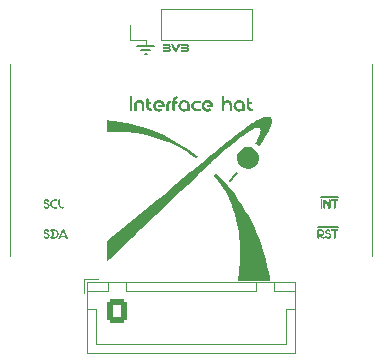
<source format=gto>
G04 #@! TF.GenerationSoftware,KiCad,Pcbnew,7.0.1*
G04 #@! TF.CreationDate,2023-07-14T19:01:49+02:00*
G04 #@! TF.ProjectId,spectrophotometer_interface,73706563-7472-46f7-9068-6f746f6d6574,rev?*
G04 #@! TF.SameCoordinates,Original*
G04 #@! TF.FileFunction,Legend,Top*
G04 #@! TF.FilePolarity,Positive*
%FSLAX46Y46*%
G04 Gerber Fmt 4.6, Leading zero omitted, Abs format (unit mm)*
G04 Created by KiCad (PCBNEW 7.0.1) date 2023-07-14 19:01:49*
%MOMM*%
%LPD*%
G01*
G04 APERTURE LIST*
G04 Aperture macros list*
%AMRoundRect*
0 Rectangle with rounded corners*
0 $1 Rounding radius*
0 $2 $3 $4 $5 $6 $7 $8 $9 X,Y pos of 4 corners*
0 Add a 4 corners polygon primitive as box body*
4,1,4,$2,$3,$4,$5,$6,$7,$8,$9,$2,$3,0*
0 Add four circle primitives for the rounded corners*
1,1,$1+$1,$2,$3*
1,1,$1+$1,$4,$5*
1,1,$1+$1,$6,$7*
1,1,$1+$1,$8,$9*
0 Add four rect primitives between the rounded corners*
20,1,$1+$1,$2,$3,$4,$5,0*
20,1,$1+$1,$4,$5,$6,$7,0*
20,1,$1+$1,$6,$7,$8,$9,0*
20,1,$1+$1,$8,$9,$2,$3,0*%
G04 Aperture macros list end*
%ADD10C,0.150000*%
%ADD11C,0.100000*%
%ADD12C,0.120000*%
%ADD13O,2.000000X2.000000*%
%ADD14O,1.700000X1.700000*%
%ADD15R,2.000000X2.000000*%
%ADD16C,2.200000*%
%ADD17O,1.700000X1.950000*%
%ADD18RoundRect,0.250000X-0.600000X-0.725000X0.600000X-0.725000X0.600000X0.725000X-0.600000X0.725000X0*%
G04 APERTURE END LIST*
D10*
X113169840Y-64050000D02*
X114894840Y-64050000D01*
X113419840Y-61525000D02*
X114844840Y-61525000D01*
G36*
X97249331Y-53110542D02*
G01*
X97249331Y-54167551D01*
X97249958Y-54180838D01*
X97253128Y-54199234D01*
X97258742Y-54215774D01*
X97266537Y-54230439D01*
X97276250Y-54243209D01*
X97287620Y-54254067D01*
X97300384Y-54262992D01*
X97314281Y-54269967D01*
X97329048Y-54274973D01*
X97344423Y-54277990D01*
X97360144Y-54279000D01*
X97375946Y-54277990D01*
X97391386Y-54274973D01*
X97406206Y-54269967D01*
X97420143Y-54262992D01*
X97432937Y-54254067D01*
X97444328Y-54243209D01*
X97454055Y-54230439D01*
X97461858Y-54215774D01*
X97467475Y-54199234D01*
X97470647Y-54180838D01*
X97471274Y-54167551D01*
X97471274Y-53110542D01*
X97470647Y-53096938D01*
X97468817Y-53084225D01*
X97463986Y-53066823D01*
X97456883Y-53051415D01*
X97447768Y-53037996D01*
X97436903Y-53026559D01*
X97424547Y-53017097D01*
X97410962Y-53009606D01*
X97396408Y-53004077D01*
X97381146Y-53000505D01*
X97365435Y-52998884D01*
X97360144Y-52998776D01*
X97344423Y-52999748D01*
X97329048Y-53002669D01*
X97314281Y-53007545D01*
X97300384Y-53014382D01*
X97287620Y-53023186D01*
X97276250Y-53033964D01*
X97266537Y-53046722D01*
X97258742Y-53061466D01*
X97253128Y-53078202D01*
X97249958Y-53096938D01*
X97249331Y-53110542D01*
G37*
G36*
X97616379Y-53755416D02*
G01*
X97616379Y-54148501D01*
X97617006Y-54161783D01*
X97620176Y-54180162D01*
X97625790Y-54196674D01*
X97633585Y-54211301D01*
X97643298Y-54224029D01*
X97654668Y-54234842D01*
X97667432Y-54243724D01*
X97681329Y-54250660D01*
X97696096Y-54255633D01*
X97711471Y-54258629D01*
X97727192Y-54259631D01*
X97742994Y-54258629D01*
X97758435Y-54255633D01*
X97773254Y-54250660D01*
X97787191Y-54243724D01*
X97799985Y-54234842D01*
X97811376Y-54224029D01*
X97821103Y-54211301D01*
X97828906Y-54196674D01*
X97834523Y-54180162D01*
X97837695Y-54161783D01*
X97838322Y-54148501D01*
X97838322Y-53755416D01*
X97838639Y-53742630D01*
X97841111Y-53718220D01*
X97845898Y-53695364D01*
X97852839Y-53674075D01*
X97861770Y-53654362D01*
X97872528Y-53636236D01*
X97884951Y-53619706D01*
X97898875Y-53604784D01*
X97914139Y-53591478D01*
X97930579Y-53579800D01*
X97948033Y-53569760D01*
X97966337Y-53561367D01*
X97985329Y-53554633D01*
X98004846Y-53549567D01*
X98024725Y-53546180D01*
X98044804Y-53544481D01*
X98054868Y-53544268D01*
X98075321Y-53545119D01*
X98095614Y-53547663D01*
X98115587Y-53551891D01*
X98135080Y-53557792D01*
X98153933Y-53565357D01*
X98171987Y-53574575D01*
X98189080Y-53585435D01*
X98205053Y-53597928D01*
X98219746Y-53612044D01*
X98232999Y-53627771D01*
X98244652Y-53645100D01*
X98254546Y-53664021D01*
X98262519Y-53684523D01*
X98268412Y-53706597D01*
X98272065Y-53730231D01*
X98273319Y-53755416D01*
X98273319Y-54148501D01*
X98273946Y-54162045D01*
X98275776Y-54174699D01*
X98280607Y-54192014D01*
X98287710Y-54207339D01*
X98296825Y-54220681D01*
X98307690Y-54232047D01*
X98320045Y-54241446D01*
X98333630Y-54248885D01*
X98348185Y-54254373D01*
X98363447Y-54257916D01*
X98379158Y-54259524D01*
X98384449Y-54259631D01*
X98400290Y-54258629D01*
X98415839Y-54255633D01*
X98430818Y-54250660D01*
X98444951Y-54243724D01*
X98457962Y-54234842D01*
X98469576Y-54224029D01*
X98479515Y-54211301D01*
X98487503Y-54196674D01*
X98493264Y-54180162D01*
X98496522Y-54161783D01*
X98497167Y-54148501D01*
X98497167Y-53755416D01*
X98496555Y-53728394D01*
X98494743Y-53702274D01*
X98491769Y-53677055D01*
X98487672Y-53652733D01*
X98482487Y-53629305D01*
X98476254Y-53606768D01*
X98469010Y-53585119D01*
X98460792Y-53564356D01*
X98451638Y-53544475D01*
X98441587Y-53525473D01*
X98430674Y-53507348D01*
X98418939Y-53490096D01*
X98406419Y-53473715D01*
X98393152Y-53458201D01*
X98379174Y-53443552D01*
X98364525Y-53429764D01*
X98349241Y-53416835D01*
X98333361Y-53404761D01*
X98316921Y-53393540D01*
X98299960Y-53383169D01*
X98282516Y-53373645D01*
X98264625Y-53364964D01*
X98246326Y-53357124D01*
X98227656Y-53350122D01*
X98208653Y-53343955D01*
X98189355Y-53338620D01*
X98169799Y-53334113D01*
X98150023Y-53330433D01*
X98130065Y-53327576D01*
X98109962Y-53325539D01*
X98089753Y-53324318D01*
X98069474Y-53323912D01*
X98048479Y-53324354D01*
X98027496Y-53325678D01*
X98006567Y-53327879D01*
X97985736Y-53330954D01*
X97965044Y-53334898D01*
X97944536Y-53339708D01*
X97924254Y-53345379D01*
X97904241Y-53351908D01*
X97884541Y-53359290D01*
X97865195Y-53367522D01*
X97846247Y-53376599D01*
X97827741Y-53386518D01*
X97809718Y-53397274D01*
X97792222Y-53408864D01*
X97775296Y-53421283D01*
X97758983Y-53434527D01*
X97743326Y-53448592D01*
X97728367Y-53463476D01*
X97714150Y-53479172D01*
X97700718Y-53495678D01*
X97688114Y-53512989D01*
X97676380Y-53531101D01*
X97665560Y-53550011D01*
X97655696Y-53569714D01*
X97646832Y-53590206D01*
X97639010Y-53611484D01*
X97632274Y-53633543D01*
X97626666Y-53656379D01*
X97622230Y-53679989D01*
X97619008Y-53704367D01*
X97617043Y-53729511D01*
X97616379Y-53755416D01*
G37*
G36*
X98642589Y-53282635D02*
G01*
X98642589Y-53864324D01*
X98643031Y-53882859D01*
X98644354Y-53901351D01*
X98646553Y-53919764D01*
X98649624Y-53938063D01*
X98653561Y-53956211D01*
X98658360Y-53974172D01*
X98664017Y-53991912D01*
X98670526Y-54009394D01*
X98677883Y-54026582D01*
X98686083Y-54043442D01*
X98695122Y-54059936D01*
X98704994Y-54076029D01*
X98715696Y-54091686D01*
X98727222Y-54106871D01*
X98739567Y-54121548D01*
X98752728Y-54135681D01*
X98766698Y-54149234D01*
X98781475Y-54162172D01*
X98797052Y-54174459D01*
X98813425Y-54186060D01*
X98830589Y-54196938D01*
X98848540Y-54207057D01*
X98867273Y-54216382D01*
X98886784Y-54224878D01*
X98907067Y-54232508D01*
X98928118Y-54239237D01*
X98949931Y-54245028D01*
X98972504Y-54249847D01*
X98995830Y-54253657D01*
X99019905Y-54256423D01*
X99044724Y-54258109D01*
X99070283Y-54258678D01*
X99083346Y-54258053D01*
X99106944Y-54253286D01*
X99127171Y-54244366D01*
X99144026Y-54231931D01*
X99157511Y-54216620D01*
X99167624Y-54199073D01*
X99174367Y-54179927D01*
X99177738Y-54159824D01*
X99177738Y-54139400D01*
X99174367Y-54119296D01*
X99167624Y-54100151D01*
X99157511Y-54082604D01*
X99144026Y-54067293D01*
X99127171Y-54054858D01*
X99106944Y-54045937D01*
X99083346Y-54041171D01*
X99070283Y-54040545D01*
X99053508Y-54040211D01*
X99037637Y-54039223D01*
X99022646Y-54037606D01*
X99008510Y-54035384D01*
X98995204Y-54032582D01*
X98982706Y-54029222D01*
X98960031Y-54020929D01*
X98940290Y-54010697D01*
X98923288Y-53998719D01*
X98908830Y-53985187D01*
X98896721Y-53970295D01*
X98886767Y-53954234D01*
X98878772Y-53937198D01*
X98872542Y-53919378D01*
X98867882Y-53900967D01*
X98864596Y-53882159D01*
X98862491Y-53863144D01*
X98861370Y-53844117D01*
X98861040Y-53825270D01*
X98861469Y-53811858D01*
X98862145Y-53796001D01*
X98862787Y-53779706D01*
X98863272Y-53765448D01*
X98863723Y-53749492D01*
X98864105Y-53731882D01*
X98864383Y-53712663D01*
X98864494Y-53698978D01*
X98864533Y-53684610D01*
X98971853Y-53684610D01*
X98985079Y-53683983D01*
X99008909Y-53679210D01*
X99029259Y-53670277D01*
X99046146Y-53657824D01*
X99059587Y-53642491D01*
X99069597Y-53624917D01*
X99076195Y-53605744D01*
X99079397Y-53585611D01*
X99079219Y-53565158D01*
X99075678Y-53545025D01*
X99068792Y-53525852D01*
X99058576Y-53508279D01*
X99045047Y-53492946D01*
X99028223Y-53480492D01*
X99008120Y-53471559D01*
X98984754Y-53466786D01*
X98971853Y-53466159D01*
X98864533Y-53466159D01*
X98864533Y-53282635D01*
X98863927Y-53269392D01*
X98860859Y-53251202D01*
X98855414Y-53235008D01*
X98847835Y-53220789D01*
X98838362Y-53208527D01*
X98827238Y-53198204D01*
X98814704Y-53189799D01*
X98801002Y-53183295D01*
X98786375Y-53178673D01*
X98771062Y-53175913D01*
X98755308Y-53174997D01*
X98739540Y-53175959D01*
X98724036Y-53178836D01*
X98709078Y-53183620D01*
X98694945Y-53190301D01*
X98681920Y-53198871D01*
X98670284Y-53209318D01*
X98660316Y-53221635D01*
X98652299Y-53235812D01*
X98646512Y-53251838D01*
X98643238Y-53269706D01*
X98642589Y-53282635D01*
G37*
G36*
X99233486Y-53809394D02*
G01*
X99234173Y-53836612D01*
X99236205Y-53863244D01*
X99239544Y-53889273D01*
X99244148Y-53914679D01*
X99249979Y-53939444D01*
X99256997Y-53963552D01*
X99265161Y-53986982D01*
X99274431Y-54009716D01*
X99284768Y-54031738D01*
X99296131Y-54053027D01*
X99308481Y-54073567D01*
X99321777Y-54093338D01*
X99335981Y-54112323D01*
X99351051Y-54130503D01*
X99366948Y-54147860D01*
X99383631Y-54164376D01*
X99401062Y-54180033D01*
X99419200Y-54194811D01*
X99438005Y-54208694D01*
X99457437Y-54221662D01*
X99477456Y-54233698D01*
X99498023Y-54244782D01*
X99519097Y-54254898D01*
X99540638Y-54264027D01*
X99562607Y-54272150D01*
X99584963Y-54279249D01*
X99607667Y-54285306D01*
X99630678Y-54290302D01*
X99653957Y-54294220D01*
X99677464Y-54297042D01*
X99701158Y-54298748D01*
X99725001Y-54299321D01*
X99739606Y-54299130D01*
X99754134Y-54298553D01*
X99768591Y-54297585D01*
X99782982Y-54296220D01*
X99797311Y-54294450D01*
X99811584Y-54292271D01*
X99825805Y-54289676D01*
X99839981Y-54286660D01*
X99854116Y-54283215D01*
X99868214Y-54279336D01*
X99882282Y-54275018D01*
X99896325Y-54270253D01*
X99910347Y-54265036D01*
X99924354Y-54259361D01*
X99938350Y-54253222D01*
X99952342Y-54246613D01*
X99967367Y-54238208D01*
X99979750Y-54229341D01*
X99989745Y-54220150D01*
X99999797Y-54207634D01*
X100006657Y-54195122D01*
X100010930Y-54182946D01*
X100013550Y-54168703D01*
X100014257Y-54153898D01*
X100012868Y-54140765D01*
X100009821Y-54128171D01*
X100005867Y-54115400D01*
X100005367Y-54113891D01*
X100000346Y-54100535D01*
X99992403Y-54087051D01*
X99981864Y-54074029D01*
X99972450Y-54064920D01*
X99961893Y-54056648D01*
X99950331Y-54049462D01*
X99937900Y-54043611D01*
X99924736Y-54039342D01*
X99910976Y-54036904D01*
X99901539Y-54036418D01*
X99887302Y-54037371D01*
X99874357Y-54039977D01*
X99861449Y-54044454D01*
X99850419Y-54050071D01*
X99835328Y-54057584D01*
X99820062Y-54064155D01*
X99804624Y-54069767D01*
X99789020Y-54074400D01*
X99773251Y-54078036D01*
X99757323Y-54080656D01*
X99741238Y-54082242D01*
X99725001Y-54082775D01*
X99707748Y-54082214D01*
X99690781Y-54080550D01*
X99674132Y-54077810D01*
X99657831Y-54074023D01*
X99641912Y-54069217D01*
X99626406Y-54063419D01*
X99611346Y-54056657D01*
X99596764Y-54048959D01*
X99582691Y-54040354D01*
X99569160Y-54030868D01*
X99556204Y-54020531D01*
X99543853Y-54009369D01*
X99532140Y-53997411D01*
X99521098Y-53984685D01*
X99510758Y-53971218D01*
X99501152Y-53957039D01*
X99492196Y-53943192D01*
X99484442Y-53929776D01*
X99477803Y-53916826D01*
X99472194Y-53904381D01*
X99467527Y-53892474D01*
X99462108Y-53875706D01*
X99458327Y-53860355D01*
X99455894Y-53846545D01*
X99454245Y-53830739D01*
X99453778Y-53815582D01*
X99453842Y-53807489D01*
X99454263Y-53793724D01*
X99455544Y-53779825D01*
X99457710Y-53765807D01*
X99460788Y-53751685D01*
X99464803Y-53737474D01*
X99469782Y-53723188D01*
X99475751Y-53708843D01*
X99482736Y-53694453D01*
X99492468Y-53676389D01*
X99503174Y-53659466D01*
X99514798Y-53643689D01*
X99527287Y-53629060D01*
X99540588Y-53615582D01*
X99554646Y-53603260D01*
X99569407Y-53592095D01*
X99584817Y-53582092D01*
X99600823Y-53573254D01*
X99617370Y-53565583D01*
X99634405Y-53559084D01*
X99651873Y-53553759D01*
X99669720Y-53549612D01*
X99687893Y-53546645D01*
X99706338Y-53544863D01*
X99725001Y-53544268D01*
X99743722Y-53544886D01*
X99762328Y-53546738D01*
X99780741Y-53549825D01*
X99798882Y-53554146D01*
X99816674Y-53559700D01*
X99834037Y-53566487D01*
X99850895Y-53574507D01*
X99867168Y-53583759D01*
X99882779Y-53594243D01*
X99897650Y-53605957D01*
X99911702Y-53618903D01*
X99924857Y-53633078D01*
X99937037Y-53648484D01*
X99948164Y-53665118D01*
X99958161Y-53682982D01*
X99966947Y-53702073D01*
X99953258Y-53701706D01*
X99939715Y-53700943D01*
X99926615Y-53700293D01*
X99919638Y-53700168D01*
X99901769Y-53700358D01*
X99883886Y-53700913D01*
X99865989Y-53701817D01*
X99848079Y-53703048D01*
X99830160Y-53704590D01*
X99812231Y-53706422D01*
X99794295Y-53708527D01*
X99776354Y-53710885D01*
X99758408Y-53713477D01*
X99740459Y-53716284D01*
X99728493Y-53718267D01*
X99711454Y-53722758D01*
X99696996Y-53728912D01*
X99684923Y-53736468D01*
X99675035Y-53745163D01*
X99664911Y-53758075D01*
X99657852Y-53771925D01*
X99653391Y-53786091D01*
X99651058Y-53799952D01*
X99650384Y-53812886D01*
X99651411Y-53825799D01*
X99652965Y-53838914D01*
X99653877Y-53847496D01*
X99659571Y-53862400D01*
X99667072Y-53874344D01*
X99676777Y-53885740D01*
X99688302Y-53896068D01*
X99701265Y-53904808D01*
X99715282Y-53911438D01*
X99729969Y-53915437D01*
X99741194Y-53916397D01*
X99754110Y-53915304D01*
X99766830Y-53912681D01*
X99768500Y-53912269D01*
X99782430Y-53908710D01*
X99796518Y-53905529D01*
X99810741Y-53902722D01*
X99825073Y-53900280D01*
X99839488Y-53898199D01*
X99853962Y-53896471D01*
X99868469Y-53895091D01*
X99882984Y-53894051D01*
X99897483Y-53893347D01*
X99911940Y-53892971D01*
X99921543Y-53892900D01*
X99939442Y-53893160D01*
X99957241Y-53893936D01*
X99974939Y-53895229D01*
X99992537Y-53897036D01*
X100010035Y-53899356D01*
X100027432Y-53902187D01*
X100044728Y-53905528D01*
X100061924Y-53909376D01*
X100079020Y-53913732D01*
X100096015Y-53918592D01*
X100107289Y-53922112D01*
X100119746Y-53925812D01*
X100132832Y-53927738D01*
X100136183Y-53927827D01*
X100149588Y-53926066D01*
X100162220Y-53920881D01*
X100172684Y-53913654D01*
X100182641Y-53904019D01*
X100185398Y-53900838D01*
X100195669Y-53888081D01*
X100203388Y-53873849D01*
X100208918Y-53858844D01*
X100212625Y-53843765D01*
X100214874Y-53829310D01*
X100216029Y-53816181D01*
X100216489Y-53802697D01*
X100216515Y-53796693D01*
X100216060Y-53779479D01*
X100214619Y-53760785D01*
X100213052Y-53747563D01*
X100210961Y-53733776D01*
X100208310Y-53719464D01*
X100205066Y-53704664D01*
X100201195Y-53689413D01*
X100196661Y-53673748D01*
X100191430Y-53657709D01*
X100185468Y-53641331D01*
X100178740Y-53624654D01*
X100171213Y-53607715D01*
X100162851Y-53590550D01*
X100153620Y-53573199D01*
X100143486Y-53555699D01*
X100132538Y-53538673D01*
X100120764Y-53521921D01*
X100108156Y-53505492D01*
X100094708Y-53489437D01*
X100080411Y-53473807D01*
X100065258Y-53458651D01*
X100049242Y-53444019D01*
X100032356Y-53429963D01*
X100014591Y-53416531D01*
X99995941Y-53403775D01*
X99976397Y-53391744D01*
X99955954Y-53380490D01*
X99934602Y-53370061D01*
X99912335Y-53360508D01*
X99889145Y-53351882D01*
X99865025Y-53344233D01*
X99851398Y-53340357D01*
X99837987Y-53336934D01*
X99824740Y-53333949D01*
X99811606Y-53331385D01*
X99798533Y-53329227D01*
X99785468Y-53327460D01*
X99772360Y-53326067D01*
X99759158Y-53325033D01*
X99745810Y-53324343D01*
X99732263Y-53323980D01*
X99723095Y-53323912D01*
X99698644Y-53324511D01*
X99674429Y-53326291D01*
X99650485Y-53329229D01*
X99626849Y-53333299D01*
X99603555Y-53338479D01*
X99580640Y-53344744D01*
X99558137Y-53352069D01*
X99536084Y-53360432D01*
X99514514Y-53369806D01*
X99493464Y-53380169D01*
X99472970Y-53391497D01*
X99453065Y-53403764D01*
X99433786Y-53416948D01*
X99415169Y-53431024D01*
X99397248Y-53445967D01*
X99380059Y-53461754D01*
X99363638Y-53478360D01*
X99348020Y-53495762D01*
X99333239Y-53513935D01*
X99319333Y-53532856D01*
X99306335Y-53552499D01*
X99294282Y-53572841D01*
X99283209Y-53593858D01*
X99273151Y-53615526D01*
X99264144Y-53637820D01*
X99256222Y-53660716D01*
X99249423Y-53684191D01*
X99243780Y-53708220D01*
X99239330Y-53732779D01*
X99236107Y-53757843D01*
X99234147Y-53783390D01*
X99233486Y-53809394D01*
G37*
G36*
X100325423Y-54152946D02*
G01*
X100326028Y-54166133D01*
X100329097Y-54184252D01*
X100334541Y-54200390D01*
X100342121Y-54214564D01*
X100351594Y-54226793D01*
X100362718Y-54237093D01*
X100375252Y-54245481D01*
X100388953Y-54251975D01*
X100403581Y-54256593D01*
X100418893Y-54259351D01*
X100434648Y-54260266D01*
X100450416Y-54259305D01*
X100465920Y-54256430D01*
X100480878Y-54251651D01*
X100495010Y-54244979D01*
X100508035Y-54236426D01*
X100519672Y-54226002D01*
X100529640Y-54213718D01*
X100537657Y-54199586D01*
X100543444Y-54183616D01*
X100546718Y-54165819D01*
X100547366Y-54152946D01*
X100547356Y-54136712D01*
X100547327Y-54121104D01*
X100547280Y-54106110D01*
X100547216Y-54091715D01*
X100547137Y-54077909D01*
X100547044Y-54064679D01*
X100546820Y-54039895D01*
X100546556Y-54017264D01*
X100546261Y-53996685D01*
X100545946Y-53978059D01*
X100545620Y-53961285D01*
X100545294Y-53946264D01*
X100544979Y-53932896D01*
X100544547Y-53915722D01*
X100544196Y-53901705D01*
X100543913Y-53887341D01*
X100543874Y-53881787D01*
X100543914Y-53868064D01*
X100544051Y-53854580D01*
X100544304Y-53841339D01*
X100544696Y-53828342D01*
X100545248Y-53815593D01*
X100546917Y-53790850D01*
X100549480Y-53767134D01*
X100553109Y-53744468D01*
X100557975Y-53722875D01*
X100564248Y-53702378D01*
X100572098Y-53683001D01*
X100581698Y-53664766D01*
X100593216Y-53647697D01*
X100606825Y-53631818D01*
X100622694Y-53617151D01*
X100640995Y-53603720D01*
X100661897Y-53591548D01*
X100673378Y-53585942D01*
X100685573Y-53580659D01*
X100698504Y-53575702D01*
X100715090Y-53568766D01*
X100729089Y-53560332D01*
X100740709Y-53550743D01*
X100750159Y-53540344D01*
X100757648Y-53529479D01*
X100764943Y-53514859D01*
X100769619Y-53500836D01*
X100772168Y-53488224D01*
X100773120Y-53475685D01*
X100773120Y-53468382D01*
X100772635Y-53455547D01*
X100770141Y-53437941D01*
X100765633Y-53422288D01*
X100759230Y-53408564D01*
X100751047Y-53396747D01*
X100741204Y-53386812D01*
X100729818Y-53378736D01*
X100717007Y-53372496D01*
X100702887Y-53368068D01*
X100687578Y-53365429D01*
X100671197Y-53364554D01*
X100646077Y-53366417D01*
X100632929Y-53368728D01*
X100619458Y-53371941D01*
X100605719Y-53376046D01*
X100591762Y-53381030D01*
X100577642Y-53386881D01*
X100563411Y-53393587D01*
X100549121Y-53401136D01*
X100534824Y-53409515D01*
X100520575Y-53418713D01*
X100506425Y-53428717D01*
X100492427Y-53439516D01*
X100478634Y-53451097D01*
X100465099Y-53463448D01*
X100451873Y-53476558D01*
X100439011Y-53490413D01*
X100426563Y-53505003D01*
X100414584Y-53520314D01*
X100403126Y-53536335D01*
X100392241Y-53553054D01*
X100381983Y-53570458D01*
X100372403Y-53588536D01*
X100363554Y-53607275D01*
X100355490Y-53626664D01*
X100348263Y-53646689D01*
X100341925Y-53667340D01*
X100336530Y-53688604D01*
X100332129Y-53710469D01*
X100328776Y-53732922D01*
X100326523Y-53755952D01*
X100325423Y-53779547D01*
X100325423Y-54152946D01*
G37*
G36*
X100865199Y-53425517D02*
G01*
X100865199Y-54153581D01*
X100865848Y-54166864D01*
X100869122Y-54185243D01*
X100874908Y-54201754D01*
X100882926Y-54216381D01*
X100892894Y-54229109D01*
X100904530Y-54239922D01*
X100917555Y-54248805D01*
X100931688Y-54255740D01*
X100946646Y-54260714D01*
X100962150Y-54263709D01*
X100977917Y-54264711D01*
X100993719Y-54263709D01*
X101009160Y-54260714D01*
X101023980Y-54255740D01*
X101037917Y-54248805D01*
X101050711Y-54239922D01*
X101062102Y-54229109D01*
X101071829Y-54216381D01*
X101079632Y-54201754D01*
X101085249Y-54185243D01*
X101088421Y-54166864D01*
X101089048Y-54153581D01*
X101089048Y-53643968D01*
X101203671Y-53643968D01*
X101216734Y-53643341D01*
X101240332Y-53638568D01*
X101260559Y-53629635D01*
X101277414Y-53617182D01*
X101290899Y-53601849D01*
X101301012Y-53584275D01*
X101307755Y-53565102D01*
X101311126Y-53544969D01*
X101311126Y-53524516D01*
X101307755Y-53504383D01*
X101301012Y-53485210D01*
X101290899Y-53467637D01*
X101277414Y-53452304D01*
X101260559Y-53439850D01*
X101240332Y-53430917D01*
X101216734Y-53426144D01*
X101203671Y-53425517D01*
X101089048Y-53425517D01*
X101089786Y-53407977D01*
X101091957Y-53390868D01*
X101095501Y-53374236D01*
X101100355Y-53358125D01*
X101106457Y-53342579D01*
X101113745Y-53327643D01*
X101122159Y-53313362D01*
X101131635Y-53299781D01*
X101142112Y-53286944D01*
X101153528Y-53274896D01*
X101165821Y-53263681D01*
X101178930Y-53253344D01*
X101192792Y-53243931D01*
X101207346Y-53235484D01*
X101222529Y-53228050D01*
X101238280Y-53221672D01*
X101254867Y-53214736D01*
X101268865Y-53206302D01*
X101280485Y-53196713D01*
X101289936Y-53186314D01*
X101297425Y-53175449D01*
X101304720Y-53160829D01*
X101309395Y-53146806D01*
X101311945Y-53134194D01*
X101312897Y-53121655D01*
X101312897Y-53114352D01*
X101312412Y-53101539D01*
X101309925Y-53084036D01*
X101305440Y-53068555D01*
X101299084Y-53055055D01*
X101290984Y-53043492D01*
X101281267Y-53033824D01*
X101270060Y-53026009D01*
X101257491Y-53020004D01*
X101243686Y-53015768D01*
X101228773Y-53013257D01*
X101212879Y-53012429D01*
X101187424Y-53014292D01*
X101174123Y-53016601D01*
X101160511Y-53019813D01*
X101146640Y-53023914D01*
X101132561Y-53028893D01*
X101118327Y-53034736D01*
X101103991Y-53041432D01*
X101089605Y-53048968D01*
X101075220Y-53057332D01*
X101060890Y-53066511D01*
X101046667Y-53076492D01*
X101032603Y-53087263D01*
X101018750Y-53098813D01*
X101005161Y-53111127D01*
X100991888Y-53124195D01*
X100978984Y-53138003D01*
X100966500Y-53152539D01*
X100954489Y-53167790D01*
X100943003Y-53183745D01*
X100932095Y-53200391D01*
X100921817Y-53217714D01*
X100912222Y-53235704D01*
X100903361Y-53254347D01*
X100895287Y-53273630D01*
X100888052Y-53293543D01*
X100881709Y-53314071D01*
X100876310Y-53335203D01*
X100871907Y-53356926D01*
X100868553Y-53379227D01*
X100866300Y-53402095D01*
X100865199Y-53425517D01*
G37*
G36*
X101368462Y-53810981D02*
G01*
X101369319Y-53841910D01*
X101371842Y-53871773D01*
X101375956Y-53900575D01*
X101381588Y-53928323D01*
X101388663Y-53955020D01*
X101397107Y-53980674D01*
X101406846Y-54005289D01*
X101417806Y-54028872D01*
X101429913Y-54051426D01*
X101443093Y-54072959D01*
X101457271Y-54093476D01*
X101472375Y-54112982D01*
X101488329Y-54131482D01*
X101505060Y-54148982D01*
X101522493Y-54165489D01*
X101540555Y-54181006D01*
X101559172Y-54195540D01*
X101578268Y-54209097D01*
X101597771Y-54221681D01*
X101617606Y-54233299D01*
X101637699Y-54243955D01*
X101657977Y-54253656D01*
X101678364Y-54262407D01*
X101698787Y-54270213D01*
X101719172Y-54277080D01*
X101739445Y-54283014D01*
X101759532Y-54288020D01*
X101779358Y-54292103D01*
X101798850Y-54295269D01*
X101817933Y-54297523D01*
X101836534Y-54298872D01*
X101854578Y-54299321D01*
X101869248Y-54298987D01*
X101883561Y-54297994D01*
X101897445Y-54296349D01*
X101910827Y-54294063D01*
X101923636Y-54291145D01*
X101939698Y-54286287D01*
X101954440Y-54280344D01*
X101967693Y-54273340D01*
X101979284Y-54265295D01*
X101981902Y-54263124D01*
X101990915Y-54254151D01*
X101999069Y-54243014D01*
X102005114Y-54230257D01*
X102008375Y-54217019D01*
X102009208Y-54204168D01*
X102009208Y-54203113D01*
X102008112Y-54190206D01*
X102005312Y-54177258D01*
X102001452Y-54165116D01*
X101998413Y-54157391D01*
X101990608Y-54142486D01*
X101981820Y-54130276D01*
X101972286Y-54120493D01*
X101958828Y-54110760D01*
X101945035Y-54104229D01*
X101931473Y-54100261D01*
X101918706Y-54098222D01*
X101904730Y-54097416D01*
X101899983Y-54097381D01*
X101886526Y-54097983D01*
X101872409Y-54098844D01*
X101859450Y-54099280D01*
X101858071Y-54099286D01*
X101843536Y-54098860D01*
X101829290Y-54097600D01*
X101815344Y-54095535D01*
X101801709Y-54092693D01*
X101788396Y-54089101D01*
X101775418Y-54084787D01*
X101762784Y-54079780D01*
X101750508Y-54074108D01*
X101738599Y-54067797D01*
X101727069Y-54060877D01*
X101715930Y-54053375D01*
X101705193Y-54045320D01*
X101694869Y-54036738D01*
X101684970Y-54027659D01*
X101675506Y-54018110D01*
X101666490Y-54008119D01*
X101657932Y-53997714D01*
X101649845Y-53986923D01*
X101642238Y-53975774D01*
X101635125Y-53964295D01*
X101628515Y-53952514D01*
X101622420Y-53940459D01*
X101616853Y-53928157D01*
X101611823Y-53915638D01*
X101607342Y-53902928D01*
X101603422Y-53890056D01*
X101600074Y-53877049D01*
X101597309Y-53863936D01*
X101595139Y-53850745D01*
X101593575Y-53837504D01*
X101592628Y-53824240D01*
X101592310Y-53810981D01*
X101592696Y-53793113D01*
X101593838Y-53775822D01*
X101595711Y-53759108D01*
X101598294Y-53742971D01*
X101601560Y-53727410D01*
X101605488Y-53712423D01*
X101610053Y-53698012D01*
X101615231Y-53684174D01*
X101620999Y-53670908D01*
X101627333Y-53658216D01*
X101634210Y-53646095D01*
X101641605Y-53634544D01*
X101649495Y-53623564D01*
X101657856Y-53613154D01*
X101666664Y-53603312D01*
X101675896Y-53594039D01*
X101685529Y-53585333D01*
X101695537Y-53577193D01*
X101705898Y-53569620D01*
X101716588Y-53562612D01*
X101727583Y-53556169D01*
X101738859Y-53550289D01*
X101762161Y-53540220D01*
X101786304Y-53532398D01*
X101798632Y-53529328D01*
X101811099Y-53526817D01*
X101823680Y-53524866D01*
X101836354Y-53523473D01*
X101849096Y-53522638D01*
X101861881Y-53522360D01*
X101886716Y-53523473D01*
X101911324Y-53526817D01*
X101935516Y-53532398D01*
X101959101Y-53540220D01*
X101981889Y-53550289D01*
X102003692Y-53562612D01*
X102024318Y-53577193D01*
X102034132Y-53585333D01*
X102043580Y-53594039D01*
X102052639Y-53603312D01*
X102061285Y-53613154D01*
X102069496Y-53623564D01*
X102077246Y-53634544D01*
X102084513Y-53646095D01*
X102091272Y-53658216D01*
X102097500Y-53670908D01*
X102103173Y-53684174D01*
X102108268Y-53698012D01*
X102112760Y-53712423D01*
X102116626Y-53727410D01*
X102119843Y-53742971D01*
X102122386Y-53759108D01*
X102124232Y-53775822D01*
X102125357Y-53793113D01*
X102125737Y-53810981D01*
X102125737Y-54175807D01*
X102127180Y-54193341D01*
X102131323Y-54209150D01*
X102137884Y-54223234D01*
X102146583Y-54235594D01*
X102157138Y-54246229D01*
X102169269Y-54255140D01*
X102182694Y-54262326D01*
X102197133Y-54267787D01*
X102212304Y-54271524D01*
X102227927Y-54273536D01*
X102238455Y-54273919D01*
X102254257Y-54273057D01*
X102269698Y-54270470D01*
X102284517Y-54266158D01*
X102298454Y-54260122D01*
X102311248Y-54252361D01*
X102322639Y-54242876D01*
X102332366Y-54231666D01*
X102340169Y-54218731D01*
X102345786Y-54204072D01*
X102348958Y-54187688D01*
X102349585Y-54175807D01*
X102349585Y-53810981D01*
X102348956Y-53785504D01*
X102347086Y-53760407D01*
X102344006Y-53735720D01*
X102339744Y-53711471D01*
X102334328Y-53687688D01*
X102327789Y-53664397D01*
X102320154Y-53641629D01*
X102311454Y-53619410D01*
X102301716Y-53597769D01*
X102290970Y-53576734D01*
X102279244Y-53556332D01*
X102266569Y-53536592D01*
X102252971Y-53517542D01*
X102238482Y-53499209D01*
X102223129Y-53481623D01*
X102206941Y-53464810D01*
X102189948Y-53448799D01*
X102172179Y-53433618D01*
X102153661Y-53419295D01*
X102134425Y-53405857D01*
X102114499Y-53393334D01*
X102093912Y-53381753D01*
X102072694Y-53371141D01*
X102050872Y-53361528D01*
X102028477Y-53352941D01*
X102005537Y-53345407D01*
X101982080Y-53338956D01*
X101958137Y-53333615D01*
X101933735Y-53329412D01*
X101908904Y-53326375D01*
X101883673Y-53324533D01*
X101858071Y-53323912D01*
X101832502Y-53324549D01*
X101807311Y-53326438D01*
X101782527Y-53329549D01*
X101758178Y-53333850D01*
X101734293Y-53339309D01*
X101710899Y-53345897D01*
X101688026Y-53353582D01*
X101665701Y-53362332D01*
X101643954Y-53372116D01*
X101622812Y-53382904D01*
X101602304Y-53394664D01*
X101582459Y-53407364D01*
X101563305Y-53420975D01*
X101544870Y-53435464D01*
X101527183Y-53450800D01*
X101510272Y-53466953D01*
X101494166Y-53483891D01*
X101478893Y-53501583D01*
X101464481Y-53519997D01*
X101450959Y-53539104D01*
X101438356Y-53558870D01*
X101426699Y-53579266D01*
X101416018Y-53600260D01*
X101406340Y-53621821D01*
X101397695Y-53643918D01*
X101390110Y-53666520D01*
X101383614Y-53689595D01*
X101378235Y-53713112D01*
X101374002Y-53737041D01*
X101370943Y-53761349D01*
X101369087Y-53786006D01*
X101368462Y-53810981D01*
G37*
G36*
X102460081Y-53819237D02*
G01*
X102460566Y-53840543D01*
X102462021Y-53861808D01*
X102464445Y-53882989D01*
X102467835Y-53904046D01*
X102472191Y-53924936D01*
X102477511Y-53945618D01*
X102483794Y-53966050D01*
X102491039Y-53986190D01*
X102499243Y-54005998D01*
X102508406Y-54025431D01*
X102518526Y-54044448D01*
X102529602Y-54063007D01*
X102541632Y-54081066D01*
X102554615Y-54098585D01*
X102568550Y-54115520D01*
X102583436Y-54131831D01*
X102599270Y-54147476D01*
X102616051Y-54162413D01*
X102633779Y-54176601D01*
X102652451Y-54189998D01*
X102672066Y-54202563D01*
X102692623Y-54214253D01*
X102714121Y-54225028D01*
X102736558Y-54234845D01*
X102759932Y-54243663D01*
X102784243Y-54251440D01*
X102809488Y-54258136D01*
X102835667Y-54263707D01*
X102862778Y-54268112D01*
X102890820Y-54271311D01*
X102919791Y-54273260D01*
X102949690Y-54273919D01*
X103153535Y-54273919D01*
X103166744Y-54273314D01*
X103184966Y-54270260D01*
X103201277Y-54264860D01*
X103215674Y-54257376D01*
X103228157Y-54248067D01*
X103238724Y-54237195D01*
X103247373Y-54225021D01*
X103254103Y-54211803D01*
X103258911Y-54197805D01*
X103261798Y-54183285D01*
X103262760Y-54168504D01*
X103261153Y-54155109D01*
X103260855Y-54146595D01*
X103258677Y-54133394D01*
X103253107Y-54120027D01*
X103246703Y-54108864D01*
X103238405Y-54096626D01*
X103233549Y-54090078D01*
X103224398Y-54079966D01*
X103213942Y-54071639D01*
X103202225Y-54065068D01*
X103189289Y-54060224D01*
X103175179Y-54057077D01*
X103159938Y-54055599D01*
X103153535Y-54055468D01*
X102949690Y-54055468D01*
X102917440Y-54054113D01*
X102887252Y-54050162D01*
X102859128Y-54043790D01*
X102833068Y-54035167D01*
X102809076Y-54024469D01*
X102787153Y-54011867D01*
X102767300Y-53997535D01*
X102749521Y-53981646D01*
X102733817Y-53964373D01*
X102720189Y-53945888D01*
X102708640Y-53926366D01*
X102699172Y-53905978D01*
X102691786Y-53884898D01*
X102686485Y-53863300D01*
X102683270Y-53841355D01*
X102682143Y-53819237D01*
X102683107Y-53797119D01*
X102686163Y-53775174D01*
X102691312Y-53753575D01*
X102698558Y-53732495D01*
X102707902Y-53712108D01*
X102719345Y-53692585D01*
X102732890Y-53674101D01*
X102748539Y-53656827D01*
X102766293Y-53640938D01*
X102786155Y-53626606D01*
X102808126Y-53614005D01*
X102832209Y-53603306D01*
X102858404Y-53594684D01*
X102886715Y-53588311D01*
X102917143Y-53584360D01*
X102949690Y-53583005D01*
X103153535Y-53583005D01*
X103166598Y-53582378D01*
X103190196Y-53577605D01*
X103210423Y-53568672D01*
X103227278Y-53556219D01*
X103240763Y-53540886D01*
X103250876Y-53523312D01*
X103257619Y-53504139D01*
X103260990Y-53484006D01*
X103260990Y-53463553D01*
X103257619Y-53443420D01*
X103250876Y-53424247D01*
X103240763Y-53406674D01*
X103227278Y-53391341D01*
X103210423Y-53378887D01*
X103190196Y-53369954D01*
X103166598Y-53365181D01*
X103153535Y-53364554D01*
X102949690Y-53364554D01*
X102919288Y-53365214D01*
X102889878Y-53367166D01*
X102861458Y-53370369D01*
X102834026Y-53374780D01*
X102807581Y-53380358D01*
X102782120Y-53387060D01*
X102757643Y-53394846D01*
X102734146Y-53403673D01*
X102711630Y-53413500D01*
X102690091Y-53424284D01*
X102669528Y-53435984D01*
X102649939Y-53448559D01*
X102631323Y-53461966D01*
X102613678Y-53476163D01*
X102597001Y-53491109D01*
X102581292Y-53506762D01*
X102566549Y-53523080D01*
X102552769Y-53540021D01*
X102539952Y-53557544D01*
X102528095Y-53575606D01*
X102517196Y-53594166D01*
X102507255Y-53613183D01*
X102498268Y-53632614D01*
X102490235Y-53652417D01*
X102483153Y-53672551D01*
X102477022Y-53692974D01*
X102471838Y-53713644D01*
X102467601Y-53734519D01*
X102464308Y-53755558D01*
X102461958Y-53776718D01*
X102460550Y-53797958D01*
X102460081Y-53819237D01*
G37*
G36*
X103334519Y-53809394D02*
G01*
X103335205Y-53836612D01*
X103337238Y-53863244D01*
X103340576Y-53889273D01*
X103345181Y-53914679D01*
X103351012Y-53939444D01*
X103358030Y-53963552D01*
X103366193Y-53986982D01*
X103375464Y-54009716D01*
X103385800Y-54031738D01*
X103397164Y-54053027D01*
X103409514Y-54073567D01*
X103422810Y-54093338D01*
X103437013Y-54112323D01*
X103452083Y-54130503D01*
X103467980Y-54147860D01*
X103484664Y-54164376D01*
X103502095Y-54180033D01*
X103520233Y-54194811D01*
X103539038Y-54208694D01*
X103558470Y-54221662D01*
X103578489Y-54233698D01*
X103599056Y-54244782D01*
X103620130Y-54254898D01*
X103641671Y-54264027D01*
X103663639Y-54272150D01*
X103685996Y-54279249D01*
X103708699Y-54285306D01*
X103731711Y-54290302D01*
X103754990Y-54294220D01*
X103778496Y-54297042D01*
X103802191Y-54298748D01*
X103826033Y-54299321D01*
X103840639Y-54299130D01*
X103855167Y-54298553D01*
X103869624Y-54297585D01*
X103884015Y-54296220D01*
X103898344Y-54294450D01*
X103912617Y-54292271D01*
X103926838Y-54289676D01*
X103941014Y-54286660D01*
X103955148Y-54283215D01*
X103969247Y-54279336D01*
X103983315Y-54275018D01*
X103997358Y-54270253D01*
X104011380Y-54265036D01*
X104025387Y-54259361D01*
X104039383Y-54253222D01*
X104053375Y-54246613D01*
X104068400Y-54238208D01*
X104080783Y-54229341D01*
X104090778Y-54220150D01*
X104100829Y-54207634D01*
X104107690Y-54195122D01*
X104111963Y-54182946D01*
X104114583Y-54168703D01*
X104115290Y-54153898D01*
X104113900Y-54140765D01*
X104110854Y-54128171D01*
X104106900Y-54115400D01*
X104106400Y-54113891D01*
X104101378Y-54100535D01*
X104093436Y-54087051D01*
X104082897Y-54074029D01*
X104073482Y-54064920D01*
X104062926Y-54056648D01*
X104051364Y-54049462D01*
X104038933Y-54043611D01*
X104025769Y-54039342D01*
X104012009Y-54036904D01*
X104002572Y-54036418D01*
X103988335Y-54037371D01*
X103975390Y-54039977D01*
X103962482Y-54044454D01*
X103951452Y-54050071D01*
X103936361Y-54057584D01*
X103921095Y-54064155D01*
X103905657Y-54069767D01*
X103890052Y-54074400D01*
X103874284Y-54078036D01*
X103858355Y-54080656D01*
X103842271Y-54082242D01*
X103826033Y-54082775D01*
X103808781Y-54082214D01*
X103791814Y-54080550D01*
X103775164Y-54077810D01*
X103758864Y-54074023D01*
X103742945Y-54069217D01*
X103727439Y-54063419D01*
X103712379Y-54056657D01*
X103697797Y-54048959D01*
X103683724Y-54040354D01*
X103670193Y-54030868D01*
X103657236Y-54020531D01*
X103644886Y-54009369D01*
X103633173Y-53997411D01*
X103622131Y-53984685D01*
X103611790Y-53971218D01*
X103602185Y-53957039D01*
X103593229Y-53943192D01*
X103585475Y-53929776D01*
X103578836Y-53916826D01*
X103573226Y-53904381D01*
X103568560Y-53892474D01*
X103563141Y-53875706D01*
X103559360Y-53860355D01*
X103556927Y-53846545D01*
X103555278Y-53830739D01*
X103554811Y-53815582D01*
X103554875Y-53807489D01*
X103555296Y-53793724D01*
X103556577Y-53779825D01*
X103558743Y-53765807D01*
X103561821Y-53751685D01*
X103565836Y-53737474D01*
X103570815Y-53723188D01*
X103576784Y-53708843D01*
X103583769Y-53694453D01*
X103593501Y-53676389D01*
X103604206Y-53659466D01*
X103615831Y-53643689D01*
X103628320Y-53629060D01*
X103641621Y-53615582D01*
X103655679Y-53603260D01*
X103670440Y-53592095D01*
X103685850Y-53582092D01*
X103701856Y-53573254D01*
X103718403Y-53565583D01*
X103735437Y-53559084D01*
X103752905Y-53553759D01*
X103770753Y-53549612D01*
X103788926Y-53546645D01*
X103807371Y-53544863D01*
X103826033Y-53544268D01*
X103844755Y-53544886D01*
X103863361Y-53546738D01*
X103881774Y-53549825D01*
X103899915Y-53554146D01*
X103917707Y-53559700D01*
X103935070Y-53566487D01*
X103951928Y-53574507D01*
X103968201Y-53583759D01*
X103983812Y-53594243D01*
X103998682Y-53605957D01*
X104012734Y-53618903D01*
X104025890Y-53633078D01*
X104038070Y-53648484D01*
X104049197Y-53665118D01*
X104059193Y-53682982D01*
X104067980Y-53702073D01*
X104054291Y-53701706D01*
X104040748Y-53700943D01*
X104027648Y-53700293D01*
X104020670Y-53700168D01*
X104002802Y-53700358D01*
X103984919Y-53700913D01*
X103967021Y-53701817D01*
X103949112Y-53703048D01*
X103931193Y-53704590D01*
X103913264Y-53706422D01*
X103895328Y-53708527D01*
X103877387Y-53710885D01*
X103859441Y-53713477D01*
X103841492Y-53716284D01*
X103829526Y-53718267D01*
X103812487Y-53722758D01*
X103798029Y-53728912D01*
X103785956Y-53736468D01*
X103776068Y-53745163D01*
X103765943Y-53758075D01*
X103758885Y-53771925D01*
X103754424Y-53786091D01*
X103752091Y-53799952D01*
X103751417Y-53812886D01*
X103752444Y-53825799D01*
X103753998Y-53838914D01*
X103754910Y-53847496D01*
X103760604Y-53862400D01*
X103768105Y-53874344D01*
X103777810Y-53885740D01*
X103789335Y-53896068D01*
X103802298Y-53904808D01*
X103816314Y-53911438D01*
X103831002Y-53915437D01*
X103842227Y-53916397D01*
X103855143Y-53915304D01*
X103867862Y-53912681D01*
X103869533Y-53912269D01*
X103883463Y-53908710D01*
X103897551Y-53905529D01*
X103911774Y-53902722D01*
X103926105Y-53900280D01*
X103940521Y-53898199D01*
X103954994Y-53896471D01*
X103969502Y-53895091D01*
X103984017Y-53894051D01*
X103998516Y-53893347D01*
X104012973Y-53892971D01*
X104022576Y-53892900D01*
X104040475Y-53893160D01*
X104058274Y-53893936D01*
X104075972Y-53895229D01*
X104093570Y-53897036D01*
X104111068Y-53899356D01*
X104128465Y-53902187D01*
X104145761Y-53905528D01*
X104162957Y-53909376D01*
X104180053Y-53913732D01*
X104197048Y-53918592D01*
X104208322Y-53922112D01*
X104220778Y-53925812D01*
X104233865Y-53927738D01*
X104237216Y-53927827D01*
X104250621Y-53926066D01*
X104263252Y-53920881D01*
X104273717Y-53913654D01*
X104283674Y-53904019D01*
X104286431Y-53900838D01*
X104296702Y-53888081D01*
X104304420Y-53873849D01*
X104309951Y-53858844D01*
X104313658Y-53843765D01*
X104315907Y-53829310D01*
X104317061Y-53816181D01*
X104317522Y-53802697D01*
X104317548Y-53796693D01*
X104317093Y-53779479D01*
X104315651Y-53760785D01*
X104314085Y-53747563D01*
X104311993Y-53733776D01*
X104309343Y-53719464D01*
X104306099Y-53704664D01*
X104302227Y-53689413D01*
X104297693Y-53673748D01*
X104292463Y-53657709D01*
X104286501Y-53641331D01*
X104279773Y-53624654D01*
X104272246Y-53607715D01*
X104263884Y-53590550D01*
X104254653Y-53573199D01*
X104244519Y-53555699D01*
X104233571Y-53538673D01*
X104221797Y-53521921D01*
X104209189Y-53505492D01*
X104195741Y-53489437D01*
X104181444Y-53473807D01*
X104166291Y-53458651D01*
X104150275Y-53444019D01*
X104133389Y-53429963D01*
X104115624Y-53416531D01*
X104096973Y-53403775D01*
X104077430Y-53391744D01*
X104056986Y-53380490D01*
X104035635Y-53370061D01*
X104013368Y-53360508D01*
X103990178Y-53351882D01*
X103966058Y-53344233D01*
X103952431Y-53340357D01*
X103939020Y-53336934D01*
X103925773Y-53333949D01*
X103912639Y-53331385D01*
X103899565Y-53329227D01*
X103886501Y-53327460D01*
X103873393Y-53326067D01*
X103860191Y-53325033D01*
X103846842Y-53324343D01*
X103833295Y-53323980D01*
X103824128Y-53323912D01*
X103799677Y-53324511D01*
X103775462Y-53326291D01*
X103751518Y-53329229D01*
X103727882Y-53333299D01*
X103704588Y-53338479D01*
X103681672Y-53344744D01*
X103659170Y-53352069D01*
X103637116Y-53360432D01*
X103615547Y-53369806D01*
X103594497Y-53380169D01*
X103574002Y-53391497D01*
X103554098Y-53403764D01*
X103534819Y-53416948D01*
X103516202Y-53431024D01*
X103498281Y-53445967D01*
X103481092Y-53461754D01*
X103464671Y-53478360D01*
X103449052Y-53495762D01*
X103434272Y-53513935D01*
X103420365Y-53532856D01*
X103407368Y-53552499D01*
X103395315Y-53572841D01*
X103384242Y-53593858D01*
X103374184Y-53615526D01*
X103365176Y-53637820D01*
X103357255Y-53660716D01*
X103350456Y-53684191D01*
X103344813Y-53708220D01*
X103340362Y-53732779D01*
X103337140Y-53757843D01*
X103335180Y-53783390D01*
X103334519Y-53809394D01*
G37*
G36*
X105042436Y-53106096D02*
G01*
X105042436Y-54148501D01*
X105043063Y-54162045D01*
X105044892Y-54174699D01*
X105049721Y-54192014D01*
X105056818Y-54207339D01*
X105065920Y-54220681D01*
X105076767Y-54232047D01*
X105089096Y-54241446D01*
X105102644Y-54248885D01*
X105117150Y-54254373D01*
X105132352Y-54257916D01*
X105147986Y-54259524D01*
X105153249Y-54259631D01*
X105169098Y-54258629D01*
X105184668Y-54255633D01*
X105199678Y-54250660D01*
X105213851Y-54243724D01*
X105226906Y-54234842D01*
X105238564Y-54224029D01*
X105248545Y-54211301D01*
X105256571Y-54196674D01*
X105262361Y-54180162D01*
X105265636Y-54161783D01*
X105266285Y-54148501D01*
X105266285Y-53755416D01*
X105266596Y-53742630D01*
X105269027Y-53718220D01*
X105273743Y-53695364D01*
X105280587Y-53674075D01*
X105289407Y-53654362D01*
X105300047Y-53636236D01*
X105312353Y-53619706D01*
X105326170Y-53604784D01*
X105341345Y-53591478D01*
X105357723Y-53579800D01*
X105375149Y-53569760D01*
X105393469Y-53561367D01*
X105412528Y-53554633D01*
X105432173Y-53549567D01*
X105452248Y-53546180D01*
X105472599Y-53544481D01*
X105482830Y-53544268D01*
X105502948Y-53545119D01*
X105522948Y-53547663D01*
X105542666Y-53551891D01*
X105561941Y-53557792D01*
X105580610Y-53565357D01*
X105598509Y-53574575D01*
X105615476Y-53585435D01*
X105631348Y-53597928D01*
X105645963Y-53612044D01*
X105659157Y-53627771D01*
X105670768Y-53645100D01*
X105680633Y-53664021D01*
X105688589Y-53684523D01*
X105694473Y-53706597D01*
X105698123Y-53730231D01*
X105699376Y-53755416D01*
X105699376Y-54148501D01*
X105700024Y-54161783D01*
X105703300Y-54180162D01*
X105709090Y-54196674D01*
X105717115Y-54211301D01*
X105727097Y-54224029D01*
X105738755Y-54234842D01*
X105751809Y-54243724D01*
X105765982Y-54250660D01*
X105780993Y-54255633D01*
X105796562Y-54258629D01*
X105812412Y-54259631D01*
X105828132Y-54258629D01*
X105843507Y-54255633D01*
X105858274Y-54250660D01*
X105872171Y-54243724D01*
X105884935Y-54234842D01*
X105896305Y-54224029D01*
X105906019Y-54211301D01*
X105913813Y-54196674D01*
X105919427Y-54180162D01*
X105922597Y-54161783D01*
X105923225Y-54148501D01*
X105923225Y-53755416D01*
X105922660Y-53730489D01*
X105920989Y-53706199D01*
X105918245Y-53682555D01*
X105914463Y-53659570D01*
X105909676Y-53637251D01*
X105903919Y-53615611D01*
X105897224Y-53594658D01*
X105889627Y-53574402D01*
X105881162Y-53554855D01*
X105871861Y-53536026D01*
X105861759Y-53517924D01*
X105850890Y-53500561D01*
X105839289Y-53483947D01*
X105826988Y-53468091D01*
X105814022Y-53453003D01*
X105800425Y-53438694D01*
X105786231Y-53425174D01*
X105771474Y-53412453D01*
X105756187Y-53400541D01*
X105740405Y-53389448D01*
X105724161Y-53379185D01*
X105707491Y-53369761D01*
X105690426Y-53361186D01*
X105673002Y-53353471D01*
X105655253Y-53346626D01*
X105637212Y-53340660D01*
X105618913Y-53335585D01*
X105600390Y-53331410D01*
X105581678Y-53328145D01*
X105562810Y-53325800D01*
X105543820Y-53324386D01*
X105524742Y-53323912D01*
X105507995Y-53324278D01*
X105491224Y-53325381D01*
X105474452Y-53327228D01*
X105457702Y-53329826D01*
X105440994Y-53333183D01*
X105424351Y-53337307D01*
X105407794Y-53342205D01*
X105391346Y-53347885D01*
X105375028Y-53354353D01*
X105358862Y-53361617D01*
X105342870Y-53369685D01*
X105327074Y-53378565D01*
X105311495Y-53388263D01*
X105296156Y-53398786D01*
X105281079Y-53410144D01*
X105266285Y-53422342D01*
X105266285Y-53106096D01*
X105265657Y-53093013D01*
X105262486Y-53075002D01*
X105256868Y-53058921D01*
X105249066Y-53044760D01*
X105239339Y-53032513D01*
X105227948Y-53022172D01*
X105215153Y-53013729D01*
X105201216Y-53007175D01*
X105186397Y-53002504D01*
X105170956Y-52999707D01*
X105155154Y-52998776D01*
X105139386Y-52999752D01*
X105123883Y-53002667D01*
X105108924Y-53007500D01*
X105094792Y-53014231D01*
X105081767Y-53022839D01*
X105070130Y-53033304D01*
X105060162Y-53045606D01*
X105052145Y-53059724D01*
X105046359Y-53075638D01*
X105043084Y-53093327D01*
X105042436Y-53106096D01*
G37*
G36*
X106032132Y-53810981D02*
G01*
X106032990Y-53841910D01*
X106035513Y-53871773D01*
X106039627Y-53900575D01*
X106045258Y-53928323D01*
X106052333Y-53955020D01*
X106060777Y-53980674D01*
X106070516Y-54005289D01*
X106081476Y-54028872D01*
X106093583Y-54051426D01*
X106106763Y-54072959D01*
X106120942Y-54093476D01*
X106136046Y-54112982D01*
X106152000Y-54131482D01*
X106168731Y-54148982D01*
X106186164Y-54165489D01*
X106204226Y-54181006D01*
X106222842Y-54195540D01*
X106241939Y-54209097D01*
X106261442Y-54221681D01*
X106281277Y-54233299D01*
X106301370Y-54243955D01*
X106321647Y-54253656D01*
X106342035Y-54262407D01*
X106362458Y-54270213D01*
X106382843Y-54277080D01*
X106403116Y-54283014D01*
X106423202Y-54288020D01*
X106443029Y-54292103D01*
X106462521Y-54295269D01*
X106481604Y-54297523D01*
X106500205Y-54298872D01*
X106518249Y-54299321D01*
X106532919Y-54298987D01*
X106547231Y-54297994D01*
X106561115Y-54296349D01*
X106574498Y-54294063D01*
X106587307Y-54291145D01*
X106603368Y-54286287D01*
X106618111Y-54280344D01*
X106631364Y-54273340D01*
X106642955Y-54265295D01*
X106645573Y-54263124D01*
X106654586Y-54254151D01*
X106662740Y-54243014D01*
X106668785Y-54230257D01*
X106672046Y-54217019D01*
X106672878Y-54204168D01*
X106672879Y-54203113D01*
X106671782Y-54190206D01*
X106668982Y-54177258D01*
X106665123Y-54165116D01*
X106662084Y-54157391D01*
X106654279Y-54142486D01*
X106645490Y-54130276D01*
X106635957Y-54120493D01*
X106622499Y-54110760D01*
X106608705Y-54104229D01*
X106595143Y-54100261D01*
X106582377Y-54098222D01*
X106568401Y-54097416D01*
X106563654Y-54097381D01*
X106550197Y-54097983D01*
X106536080Y-54098844D01*
X106523121Y-54099280D01*
X106521742Y-54099286D01*
X106507207Y-54098860D01*
X106492961Y-54097600D01*
X106479015Y-54095535D01*
X106465379Y-54092693D01*
X106452067Y-54089101D01*
X106439088Y-54084787D01*
X106426455Y-54079780D01*
X106414178Y-54074108D01*
X106402269Y-54067797D01*
X106390740Y-54060877D01*
X106379601Y-54053375D01*
X106368863Y-54045320D01*
X106358539Y-54036738D01*
X106348640Y-54027659D01*
X106339177Y-54018110D01*
X106330161Y-54008119D01*
X106321603Y-53997714D01*
X106313515Y-53986923D01*
X106305909Y-53975774D01*
X106298795Y-53964295D01*
X106292186Y-53952514D01*
X106286091Y-53940459D01*
X106280523Y-53928157D01*
X106275493Y-53915638D01*
X106271013Y-53902928D01*
X106267093Y-53890056D01*
X106263745Y-53877049D01*
X106260980Y-53863936D01*
X106258810Y-53850745D01*
X106257246Y-53837504D01*
X106256299Y-53824240D01*
X106255981Y-53810981D01*
X106256367Y-53793113D01*
X106257508Y-53775822D01*
X106259382Y-53759108D01*
X106261964Y-53742971D01*
X106265231Y-53727410D01*
X106269159Y-53712423D01*
X106273723Y-53698012D01*
X106278902Y-53684174D01*
X106284670Y-53670908D01*
X106291004Y-53658216D01*
X106297880Y-53646095D01*
X106305275Y-53634544D01*
X106313165Y-53623564D01*
X106321526Y-53613154D01*
X106330335Y-53603312D01*
X106339567Y-53594039D01*
X106349199Y-53585333D01*
X106359208Y-53577193D01*
X106369569Y-53569620D01*
X106380259Y-53562612D01*
X106391254Y-53556169D01*
X106402530Y-53550289D01*
X106425832Y-53540220D01*
X106449975Y-53532398D01*
X106462303Y-53529328D01*
X106474769Y-53526817D01*
X106487351Y-53524866D01*
X106500025Y-53523473D01*
X106512766Y-53522638D01*
X106525552Y-53522360D01*
X106550387Y-53523473D01*
X106574995Y-53526817D01*
X106599186Y-53532398D01*
X106622771Y-53540220D01*
X106645560Y-53550289D01*
X106667362Y-53562612D01*
X106687989Y-53577193D01*
X106697802Y-53585333D01*
X106707250Y-53594039D01*
X106716309Y-53603312D01*
X106724956Y-53613154D01*
X106733166Y-53623564D01*
X106740917Y-53634544D01*
X106748183Y-53646095D01*
X106754943Y-53658216D01*
X106761171Y-53670908D01*
X106766844Y-53684174D01*
X106771938Y-53698012D01*
X106776431Y-53712423D01*
X106780297Y-53727410D01*
X106783513Y-53742971D01*
X106786056Y-53759108D01*
X106787902Y-53775822D01*
X106789027Y-53793113D01*
X106789407Y-53810981D01*
X106789407Y-54175807D01*
X106790851Y-54193341D01*
X106794994Y-54209150D01*
X106801555Y-54223234D01*
X106810254Y-54235594D01*
X106820809Y-54246229D01*
X106832940Y-54255140D01*
X106846365Y-54262326D01*
X106860804Y-54267787D01*
X106875975Y-54271524D01*
X106891598Y-54273536D01*
X106902125Y-54273919D01*
X106917927Y-54273057D01*
X106933368Y-54270470D01*
X106948188Y-54266158D01*
X106962125Y-54260122D01*
X106974919Y-54252361D01*
X106986310Y-54242876D01*
X106996037Y-54231666D01*
X107003840Y-54218731D01*
X107009457Y-54204072D01*
X107012629Y-54187688D01*
X107013256Y-54175807D01*
X107013256Y-53810981D01*
X107012626Y-53785504D01*
X107010757Y-53760407D01*
X107007677Y-53735720D01*
X107003414Y-53711471D01*
X106997999Y-53687688D01*
X106991459Y-53664397D01*
X106983825Y-53641629D01*
X106975124Y-53619410D01*
X106965386Y-53597769D01*
X106954640Y-53576734D01*
X106942915Y-53556332D01*
X106930239Y-53536592D01*
X106916642Y-53517542D01*
X106902153Y-53499209D01*
X106886800Y-53481623D01*
X106870612Y-53464810D01*
X106853619Y-53448799D01*
X106835849Y-53433618D01*
X106817332Y-53419295D01*
X106798096Y-53405857D01*
X106778170Y-53393334D01*
X106757583Y-53381753D01*
X106736365Y-53371141D01*
X106714543Y-53361528D01*
X106692148Y-53352941D01*
X106669207Y-53345407D01*
X106645751Y-53338956D01*
X106621807Y-53333615D01*
X106597406Y-53329412D01*
X106572575Y-53326375D01*
X106547344Y-53324533D01*
X106521742Y-53323912D01*
X106496173Y-53324549D01*
X106470982Y-53326438D01*
X106446198Y-53329549D01*
X106421849Y-53333850D01*
X106397963Y-53339309D01*
X106374570Y-53345897D01*
X106351696Y-53353582D01*
X106329372Y-53362332D01*
X106307624Y-53372116D01*
X106286483Y-53382904D01*
X106265975Y-53394664D01*
X106246130Y-53407364D01*
X106226976Y-53420975D01*
X106208541Y-53435464D01*
X106190854Y-53450800D01*
X106173943Y-53466953D01*
X106157837Y-53483891D01*
X106142563Y-53501583D01*
X106128152Y-53519997D01*
X106114630Y-53539104D01*
X106102027Y-53558870D01*
X106090370Y-53579266D01*
X106079689Y-53600260D01*
X106070011Y-53621821D01*
X106061365Y-53643918D01*
X106053780Y-53666520D01*
X106047284Y-53689595D01*
X106041905Y-53713112D01*
X106037672Y-53737041D01*
X106034614Y-53761349D01*
X106032757Y-53786006D01*
X106032132Y-53810981D01*
G37*
G36*
X107158361Y-53282635D02*
G01*
X107158361Y-53864324D01*
X107158803Y-53882859D01*
X107160125Y-53901351D01*
X107162324Y-53919764D01*
X107165395Y-53938063D01*
X107169332Y-53956211D01*
X107174131Y-53974172D01*
X107179788Y-53991912D01*
X107186297Y-54009394D01*
X107193654Y-54026582D01*
X107201854Y-54043442D01*
X107210893Y-54059936D01*
X107220765Y-54076029D01*
X107231467Y-54091686D01*
X107242993Y-54106871D01*
X107255338Y-54121548D01*
X107268499Y-54135681D01*
X107282470Y-54149234D01*
X107297246Y-54162172D01*
X107312823Y-54174459D01*
X107329196Y-54186060D01*
X107346360Y-54196938D01*
X107364311Y-54207057D01*
X107383045Y-54216382D01*
X107402555Y-54224878D01*
X107422838Y-54232508D01*
X107443889Y-54239237D01*
X107465703Y-54245028D01*
X107488275Y-54249847D01*
X107511601Y-54253657D01*
X107535676Y-54256423D01*
X107560495Y-54258109D01*
X107586054Y-54258678D01*
X107599117Y-54258053D01*
X107622715Y-54253286D01*
X107642942Y-54244366D01*
X107659798Y-54231931D01*
X107673282Y-54216620D01*
X107683395Y-54199073D01*
X107690138Y-54179927D01*
X107693509Y-54159824D01*
X107693509Y-54139400D01*
X107690138Y-54119296D01*
X107683395Y-54100151D01*
X107673282Y-54082604D01*
X107659798Y-54067293D01*
X107642942Y-54054858D01*
X107622715Y-54045937D01*
X107599117Y-54041171D01*
X107586054Y-54040545D01*
X107569279Y-54040211D01*
X107553408Y-54039223D01*
X107538417Y-54037606D01*
X107524281Y-54035384D01*
X107510976Y-54032582D01*
X107498477Y-54029222D01*
X107475802Y-54020929D01*
X107456061Y-54010697D01*
X107439059Y-53998719D01*
X107424601Y-53985187D01*
X107412492Y-53970295D01*
X107402538Y-53954234D01*
X107394543Y-53937198D01*
X107388313Y-53919378D01*
X107383653Y-53900967D01*
X107380367Y-53882159D01*
X107378262Y-53863144D01*
X107377142Y-53844117D01*
X107376811Y-53825270D01*
X107377240Y-53811858D01*
X107377917Y-53796001D01*
X107378558Y-53779706D01*
X107379043Y-53765448D01*
X107379494Y-53749492D01*
X107379876Y-53731882D01*
X107380154Y-53712663D01*
X107380265Y-53698978D01*
X107380304Y-53684610D01*
X107487624Y-53684610D01*
X107500850Y-53683983D01*
X107524680Y-53679210D01*
X107545030Y-53670277D01*
X107561917Y-53657824D01*
X107575358Y-53642491D01*
X107585368Y-53624917D01*
X107591966Y-53605744D01*
X107595168Y-53585611D01*
X107594990Y-53565158D01*
X107591449Y-53545025D01*
X107584563Y-53525852D01*
X107574347Y-53508279D01*
X107560818Y-53492946D01*
X107543994Y-53480492D01*
X107523891Y-53471559D01*
X107500525Y-53466786D01*
X107487624Y-53466159D01*
X107380304Y-53466159D01*
X107380304Y-53282635D01*
X107379698Y-53269392D01*
X107376630Y-53251202D01*
X107371185Y-53235008D01*
X107363606Y-53220789D01*
X107354133Y-53208527D01*
X107343009Y-53198204D01*
X107330475Y-53189799D01*
X107316774Y-53183295D01*
X107302146Y-53178673D01*
X107286834Y-53175913D01*
X107271079Y-53174997D01*
X107255311Y-53175959D01*
X107239807Y-53178836D01*
X107224849Y-53183620D01*
X107210717Y-53190301D01*
X107197692Y-53198871D01*
X107186055Y-53209318D01*
X107176087Y-53221635D01*
X107168070Y-53235812D01*
X107162283Y-53251838D01*
X107159009Y-53269706D01*
X107158361Y-53282635D01*
G37*
D11*
G36*
X100507366Y-49233705D02*
G01*
X100519965Y-49233493D01*
X100532210Y-49232863D01*
X100544098Y-49231819D01*
X100555627Y-49230368D01*
X100566793Y-49228515D01*
X100577593Y-49226266D01*
X100588024Y-49223627D01*
X100598084Y-49220604D01*
X100607769Y-49217202D01*
X100617075Y-49213427D01*
X100626001Y-49209285D01*
X100634542Y-49204781D01*
X100642697Y-49199922D01*
X100650461Y-49194713D01*
X100657833Y-49189160D01*
X100664808Y-49183268D01*
X100671384Y-49177044D01*
X100677557Y-49170493D01*
X100683326Y-49163621D01*
X100688686Y-49156434D01*
X100693634Y-49148937D01*
X100698169Y-49141137D01*
X100702286Y-49133038D01*
X100705982Y-49124647D01*
X100709255Y-49115970D01*
X100712101Y-49107011D01*
X100714518Y-49097778D01*
X100716502Y-49088276D01*
X100718051Y-49078510D01*
X100719161Y-49068486D01*
X100719829Y-49058211D01*
X100720052Y-49047689D01*
X100719944Y-49040516D01*
X100719621Y-49033487D01*
X100719089Y-49026605D01*
X100717413Y-49013293D01*
X100714949Y-49000596D01*
X100711733Y-48988536D01*
X100707798Y-48977130D01*
X100703181Y-48966398D01*
X100697914Y-48956358D01*
X100692033Y-48947030D01*
X100685572Y-48938433D01*
X100678566Y-48930586D01*
X100671049Y-48923508D01*
X100663057Y-48917218D01*
X100654622Y-48911734D01*
X100645781Y-48907077D01*
X100636568Y-48903264D01*
X100631832Y-48901681D01*
X100640063Y-48898000D01*
X100647825Y-48893578D01*
X100655109Y-48888437D01*
X100661907Y-48882602D01*
X100668209Y-48876095D01*
X100674009Y-48868941D01*
X100679296Y-48861162D01*
X100684063Y-48852783D01*
X100688301Y-48843827D01*
X100692002Y-48834318D01*
X100695157Y-48824279D01*
X100697757Y-48813733D01*
X100699794Y-48802704D01*
X100701260Y-48791216D01*
X100702145Y-48779292D01*
X100702442Y-48766956D01*
X100702283Y-48758096D01*
X100701802Y-48749377D01*
X100700995Y-48740809D01*
X100699855Y-48732401D01*
X100698378Y-48724161D01*
X100696560Y-48716100D01*
X100694393Y-48708226D01*
X100691874Y-48700548D01*
X100688998Y-48693076D01*
X100685759Y-48685819D01*
X100682152Y-48678785D01*
X100678171Y-48671985D01*
X100673813Y-48665427D01*
X100669071Y-48659121D01*
X100663941Y-48653075D01*
X100658418Y-48647299D01*
X100652495Y-48641802D01*
X100646169Y-48636593D01*
X100639434Y-48631682D01*
X100632285Y-48627077D01*
X100624716Y-48622787D01*
X100616723Y-48618823D01*
X100608301Y-48615193D01*
X100599444Y-48611905D01*
X100590147Y-48608971D01*
X100580405Y-48606397D01*
X100570213Y-48604195D01*
X100559566Y-48602372D01*
X100548459Y-48600939D01*
X100536886Y-48599903D01*
X100524843Y-48599275D01*
X100512324Y-48599064D01*
X100046773Y-48599064D01*
X100046773Y-48757895D01*
X100489756Y-48757895D01*
X100497685Y-48758317D01*
X100504920Y-48759575D01*
X100511441Y-48761659D01*
X100518994Y-48765703D01*
X100525202Y-48771169D01*
X100530021Y-48778031D01*
X100533405Y-48786262D01*
X100534977Y-48793320D01*
X100535698Y-48801122D01*
X100535747Y-48803886D01*
X100535313Y-48811955D01*
X100534022Y-48819319D01*
X100531895Y-48825960D01*
X100527788Y-48833654D01*
X100522269Y-48839979D01*
X100515383Y-48844891D01*
X100507174Y-48848343D01*
X100500175Y-48849946D01*
X100492475Y-48850682D01*
X100489756Y-48850732D01*
X100053611Y-48850732D01*
X100053611Y-48982037D01*
X100499501Y-48982037D01*
X100508002Y-48982505D01*
X100515790Y-48983891D01*
X100522839Y-48986164D01*
X100529122Y-48989295D01*
X100536260Y-48994753D01*
X100541923Y-49001613D01*
X100545164Y-49007637D01*
X100547513Y-49014380D01*
X100548942Y-49021814D01*
X100549424Y-49029908D01*
X100548942Y-49037515D01*
X100547513Y-49044454D01*
X100544182Y-49052639D01*
X100539280Y-49059565D01*
X100532871Y-49065189D01*
X100525020Y-49069470D01*
X100518223Y-49071774D01*
X100510678Y-49073280D01*
X100502412Y-49073972D01*
X100499501Y-49074019D01*
X100046773Y-49074019D01*
X100046773Y-49233705D01*
X100507366Y-49233705D01*
G37*
G36*
X101151239Y-49233705D02*
G01*
X101160407Y-49233294D01*
X101169157Y-49232062D01*
X101177483Y-49230009D01*
X101185382Y-49227132D01*
X101192850Y-49223431D01*
X101199881Y-49218906D01*
X101206472Y-49213555D01*
X101212620Y-49207378D01*
X101218318Y-49200373D01*
X101223564Y-49192541D01*
X101226807Y-49186859D01*
X101553018Y-48599064D01*
X101359993Y-48599064D01*
X101131577Y-49028711D01*
X100903332Y-48599064D01*
X100710307Y-48599064D01*
X101035663Y-49186859D01*
X101040586Y-49195244D01*
X101046017Y-49202800D01*
X101051940Y-49209529D01*
X101058341Y-49215430D01*
X101065204Y-49220506D01*
X101072514Y-49224756D01*
X101080255Y-49228182D01*
X101088413Y-49230785D01*
X101096971Y-49232564D01*
X101105916Y-49233522D01*
X101112087Y-49233705D01*
X101151239Y-49233705D01*
G37*
G36*
X102051567Y-49233705D02*
G01*
X102064166Y-49233493D01*
X102076411Y-49232863D01*
X102088299Y-49231819D01*
X102099828Y-49230368D01*
X102110994Y-49228515D01*
X102121794Y-49226266D01*
X102132225Y-49223627D01*
X102142285Y-49220604D01*
X102151969Y-49217202D01*
X102161276Y-49213427D01*
X102170202Y-49209285D01*
X102178743Y-49204781D01*
X102186898Y-49199922D01*
X102194662Y-49194713D01*
X102202034Y-49189160D01*
X102209009Y-49183268D01*
X102215585Y-49177044D01*
X102221758Y-49170493D01*
X102227527Y-49163621D01*
X102232887Y-49156434D01*
X102237835Y-49148937D01*
X102242370Y-49141137D01*
X102246487Y-49133038D01*
X102250183Y-49124647D01*
X102253456Y-49115970D01*
X102256302Y-49107011D01*
X102258719Y-49097778D01*
X102260703Y-49088276D01*
X102262252Y-49078510D01*
X102263362Y-49068486D01*
X102264030Y-49058211D01*
X102264253Y-49047689D01*
X102264145Y-49040516D01*
X102263822Y-49033487D01*
X102263290Y-49026605D01*
X102261613Y-49013293D01*
X102259150Y-49000596D01*
X102255934Y-48988536D01*
X102251999Y-48977130D01*
X102247381Y-48966398D01*
X102242115Y-48956358D01*
X102236234Y-48947030D01*
X102229773Y-48938433D01*
X102222767Y-48930586D01*
X102215250Y-48923508D01*
X102207258Y-48917218D01*
X102198823Y-48911734D01*
X102189982Y-48907077D01*
X102180768Y-48903264D01*
X102176033Y-48901681D01*
X102184264Y-48898000D01*
X102192026Y-48893578D01*
X102199310Y-48888437D01*
X102206108Y-48882602D01*
X102212410Y-48876095D01*
X102218210Y-48868941D01*
X102223497Y-48861162D01*
X102228264Y-48852783D01*
X102232502Y-48843827D01*
X102236203Y-48834318D01*
X102239358Y-48824279D01*
X102241958Y-48813733D01*
X102243995Y-48802704D01*
X102245461Y-48791216D01*
X102246346Y-48779292D01*
X102246643Y-48766956D01*
X102246484Y-48758096D01*
X102246003Y-48749377D01*
X102245196Y-48740809D01*
X102244056Y-48732401D01*
X102242579Y-48724161D01*
X102240760Y-48716100D01*
X102238594Y-48708226D01*
X102236075Y-48700548D01*
X102233199Y-48693076D01*
X102229960Y-48685819D01*
X102226353Y-48678785D01*
X102222372Y-48671985D01*
X102218014Y-48665427D01*
X102213272Y-48659121D01*
X102208142Y-48653075D01*
X102202619Y-48647299D01*
X102196696Y-48641802D01*
X102190370Y-48636593D01*
X102183635Y-48631682D01*
X102176486Y-48627077D01*
X102168917Y-48622787D01*
X102160924Y-48618823D01*
X102152502Y-48615193D01*
X102143645Y-48611905D01*
X102134348Y-48608971D01*
X102124606Y-48606397D01*
X102114414Y-48604195D01*
X102103767Y-48602372D01*
X102092660Y-48600939D01*
X102081087Y-48599903D01*
X102069044Y-48599275D01*
X102056525Y-48599064D01*
X101590973Y-48599064D01*
X101590973Y-48757895D01*
X102033957Y-48757895D01*
X102041886Y-48758317D01*
X102049121Y-48759575D01*
X102055642Y-48761659D01*
X102063195Y-48765703D01*
X102069403Y-48771169D01*
X102074222Y-48778031D01*
X102077606Y-48786262D01*
X102079178Y-48793320D01*
X102079899Y-48801122D01*
X102079948Y-48803886D01*
X102079513Y-48811955D01*
X102078223Y-48819319D01*
X102076096Y-48825960D01*
X102071989Y-48833654D01*
X102066470Y-48839979D01*
X102059584Y-48844891D01*
X102051375Y-48848343D01*
X102044376Y-48849946D01*
X102036676Y-48850682D01*
X102033957Y-48850732D01*
X101597812Y-48850732D01*
X101597812Y-48982037D01*
X102043702Y-48982037D01*
X102052203Y-48982505D01*
X102059991Y-48983891D01*
X102067040Y-48986164D01*
X102073323Y-48989295D01*
X102080461Y-48994753D01*
X102086124Y-49001613D01*
X102089365Y-49007637D01*
X102091714Y-49014380D01*
X102093143Y-49021814D01*
X102093625Y-49029908D01*
X102093143Y-49037515D01*
X102091714Y-49044454D01*
X102088383Y-49052639D01*
X102083481Y-49059565D01*
X102077072Y-49065189D01*
X102069221Y-49069470D01*
X102062424Y-49071774D01*
X102054879Y-49073280D01*
X102046613Y-49073972D01*
X102043702Y-49074019D01*
X101590973Y-49074019D01*
X101590973Y-49233705D01*
X102051567Y-49233705D01*
G37*
D10*
X98615000Y-48780705D02*
X99325000Y-48780705D01*
X98600000Y-49430705D02*
X98525000Y-49430705D01*
X98600000Y-49105705D02*
X99000000Y-49105705D01*
X98600000Y-49430705D02*
X98675000Y-49430705D01*
D12*
X98615000Y-48273205D02*
X98615000Y-48780705D01*
D10*
X98600000Y-49105705D02*
X98200000Y-49105705D01*
X97905000Y-48780705D02*
X98615000Y-48780705D01*
D11*
G36*
X113417533Y-61796154D02*
G01*
X113417533Y-62446621D01*
X113417919Y-62454797D01*
X113419870Y-62466118D01*
X113423324Y-62476297D01*
X113428121Y-62485321D01*
X113434099Y-62493180D01*
X113441095Y-62499861D01*
X113448950Y-62505354D01*
X113457502Y-62509646D01*
X113466590Y-62512726D01*
X113476051Y-62514583D01*
X113485725Y-62515205D01*
X113495450Y-62514583D01*
X113504952Y-62512726D01*
X113514071Y-62509646D01*
X113522648Y-62505354D01*
X113530521Y-62499861D01*
X113537531Y-62493180D01*
X113543517Y-62485321D01*
X113548319Y-62476297D01*
X113551776Y-62466118D01*
X113553727Y-62454797D01*
X113554113Y-62446621D01*
X113554113Y-61796154D01*
X113553727Y-61787782D01*
X113552601Y-61779959D01*
X113549628Y-61769250D01*
X113545257Y-61759768D01*
X113539648Y-61751510D01*
X113532962Y-61744472D01*
X113525359Y-61738649D01*
X113516998Y-61734039D01*
X113508042Y-61730637D01*
X113498650Y-61728439D01*
X113488982Y-61727441D01*
X113485725Y-61727375D01*
X113476051Y-61727973D01*
X113466590Y-61729770D01*
X113457502Y-61732771D01*
X113448950Y-61736978D01*
X113441095Y-61742396D01*
X113434099Y-61749029D01*
X113428121Y-61756880D01*
X113423324Y-61765953D01*
X113419870Y-61776252D01*
X113417919Y-61787782D01*
X113417533Y-61796154D01*
G37*
G36*
X113643409Y-61816475D02*
G01*
X113643409Y-62446621D01*
X113643794Y-62454991D01*
X113644920Y-62462808D01*
X113647892Y-62473501D01*
X113652259Y-62482961D01*
X113657861Y-62491194D01*
X113664536Y-62498205D01*
X113672122Y-62504000D01*
X113680460Y-62508586D01*
X113689387Y-62511967D01*
X113698741Y-62514149D01*
X113708363Y-62515139D01*
X113711601Y-62515205D01*
X113721354Y-62514588D01*
X113730936Y-62512743D01*
X113740173Y-62509679D01*
X113748895Y-62505405D01*
X113756929Y-62499930D01*
X113764103Y-62493261D01*
X113770245Y-62485408D01*
X113775184Y-62476379D01*
X113778747Y-62466183D01*
X113780762Y-62454830D01*
X113781162Y-62446621D01*
X113781162Y-61929022D01*
X113791769Y-61936747D01*
X113802366Y-61945358D01*
X113812938Y-61954822D01*
X113823468Y-61965107D01*
X113833940Y-61976181D01*
X113844338Y-61988012D01*
X113854645Y-62000569D01*
X113864845Y-62013820D01*
X113874922Y-62027732D01*
X113884860Y-62042273D01*
X113894643Y-62057412D01*
X113904253Y-62073116D01*
X113913676Y-62089354D01*
X113922894Y-62106094D01*
X113931891Y-62123304D01*
X113940652Y-62140951D01*
X113949160Y-62159004D01*
X113957398Y-62177432D01*
X113965352Y-62196201D01*
X113973003Y-62215280D01*
X113980336Y-62234637D01*
X113987335Y-62254241D01*
X113993984Y-62274058D01*
X114000266Y-62294058D01*
X114006165Y-62314208D01*
X114011664Y-62334476D01*
X114016749Y-62354831D01*
X114021401Y-62375240D01*
X114025606Y-62395672D01*
X114029346Y-62416094D01*
X114032606Y-62436474D01*
X114035369Y-62456782D01*
X114036965Y-62466305D01*
X114039811Y-62475161D01*
X114043797Y-62483291D01*
X114048813Y-62490637D01*
X114054748Y-62497139D01*
X114061493Y-62502739D01*
X114068937Y-62507377D01*
X114076970Y-62510994D01*
X114085483Y-62513533D01*
X114094364Y-62514933D01*
X114100436Y-62515205D01*
X114184455Y-62515205D01*
X114194347Y-62514426D01*
X114203828Y-62512173D01*
X114212775Y-62508565D01*
X114221065Y-62503726D01*
X114228577Y-62497776D01*
X114235186Y-62490838D01*
X114240770Y-62483033D01*
X114245208Y-62474483D01*
X114248375Y-62465310D01*
X114250150Y-62455635D01*
X114250499Y-62448966D01*
X114250499Y-61796154D01*
X114250113Y-61787782D01*
X114248987Y-61779959D01*
X114246014Y-61769250D01*
X114241642Y-61759768D01*
X114236033Y-61751510D01*
X114229347Y-61744472D01*
X114221744Y-61738649D01*
X114213384Y-61734039D01*
X114204427Y-61730637D01*
X114195035Y-61728439D01*
X114185367Y-61727441D01*
X114182111Y-61727375D01*
X114172362Y-61727973D01*
X114162794Y-61729770D01*
X114153576Y-61732771D01*
X114144879Y-61736978D01*
X114136872Y-61742396D01*
X114129725Y-61749029D01*
X114123609Y-61756880D01*
X114118693Y-61765953D01*
X114115148Y-61776252D01*
X114113143Y-61787782D01*
X114112746Y-61796154D01*
X114112746Y-62266663D01*
X114107937Y-62238647D01*
X114101978Y-62211182D01*
X114094933Y-62184288D01*
X114086864Y-62157989D01*
X114077834Y-62132307D01*
X114067906Y-62107264D01*
X114057142Y-62082883D01*
X114045606Y-62059185D01*
X114033361Y-62036193D01*
X114020469Y-62013928D01*
X114006993Y-61992415D01*
X113992996Y-61971673D01*
X113978541Y-61951727D01*
X113963691Y-61932598D01*
X113948508Y-61914308D01*
X113933056Y-61896879D01*
X113917397Y-61880335D01*
X113901595Y-61864696D01*
X113885711Y-61849986D01*
X113869810Y-61836227D01*
X113853953Y-61823440D01*
X113838204Y-61811649D01*
X113822625Y-61800875D01*
X113807280Y-61791140D01*
X113792231Y-61782468D01*
X113777541Y-61774880D01*
X113763274Y-61768398D01*
X113749490Y-61763044D01*
X113736255Y-61758842D01*
X113723630Y-61755812D01*
X113711679Y-61753978D01*
X113700464Y-61753362D01*
X113691020Y-61753872D01*
X113682283Y-61755419D01*
X113674303Y-61758032D01*
X113667127Y-61761739D01*
X113660804Y-61766568D01*
X113655381Y-61772547D01*
X113650908Y-61779704D01*
X113647432Y-61788066D01*
X113645003Y-61797662D01*
X113643667Y-61808521D01*
X113643409Y-61816475D01*
G37*
G36*
X114307358Y-61795763D02*
G01*
X114307975Y-61805487D01*
X114309817Y-61814989D01*
X114312875Y-61824109D01*
X114317137Y-61832685D01*
X114322593Y-61840559D01*
X114329232Y-61847569D01*
X114337045Y-61853555D01*
X114346019Y-61858356D01*
X114356145Y-61861813D01*
X114367411Y-61863765D01*
X114375551Y-61864151D01*
X114542418Y-61864151D01*
X114542418Y-62446621D01*
X114542804Y-62454797D01*
X114544755Y-62466118D01*
X114548212Y-62476297D01*
X114553014Y-62485321D01*
X114559000Y-62493180D01*
X114566010Y-62499861D01*
X114573883Y-62505354D01*
X114582460Y-62509646D01*
X114591579Y-62512726D01*
X114601081Y-62514583D01*
X114610806Y-62515205D01*
X114620530Y-62514583D01*
X114630032Y-62512726D01*
X114639152Y-62509646D01*
X114647728Y-62505354D01*
X114655602Y-62499861D01*
X114662612Y-62493180D01*
X114668597Y-62485321D01*
X114673399Y-62476297D01*
X114676856Y-62466118D01*
X114678808Y-62454797D01*
X114679194Y-62446621D01*
X114679194Y-61864151D01*
X114846060Y-61864151D01*
X114854395Y-61863765D01*
X114862182Y-61862641D01*
X114872838Y-61859678D01*
X114882269Y-61855330D01*
X114890479Y-61849764D01*
X114897473Y-61843146D01*
X114903257Y-61835641D01*
X114907835Y-61827417D01*
X114911212Y-61818638D01*
X114913393Y-61809472D01*
X114914382Y-61800085D01*
X114914448Y-61796935D01*
X114913420Y-61788706D01*
X114913276Y-61783453D01*
X114911936Y-61775329D01*
X114908508Y-61767103D01*
X114904567Y-61760233D01*
X114899460Y-61752703D01*
X114896472Y-61748673D01*
X114890771Y-61742450D01*
X114884284Y-61737326D01*
X114876997Y-61733282D01*
X114868897Y-61730301D01*
X114859971Y-61728365D01*
X114850205Y-61727455D01*
X114846060Y-61727375D01*
X114375551Y-61727375D01*
X114367218Y-61727761D01*
X114359437Y-61728887D01*
X114348797Y-61731860D01*
X114339388Y-61736231D01*
X114331203Y-61741840D01*
X114324236Y-61748526D01*
X114318479Y-61756130D01*
X114313926Y-61764490D01*
X114310570Y-61773446D01*
X114308405Y-61782839D01*
X114307424Y-61792507D01*
X114307358Y-61795763D01*
G37*
G36*
X113453444Y-64267737D02*
G01*
X113467888Y-64268811D01*
X113482143Y-64270581D01*
X113496190Y-64273029D01*
X113510010Y-64276140D01*
X113523583Y-64279895D01*
X113536891Y-64284279D01*
X113549913Y-64289274D01*
X113562630Y-64294864D01*
X113575024Y-64301031D01*
X113587075Y-64307759D01*
X113598763Y-64315031D01*
X113610069Y-64322830D01*
X113620974Y-64331139D01*
X113631459Y-64339941D01*
X113641504Y-64349221D01*
X113651090Y-64358959D01*
X113660197Y-64369141D01*
X113668807Y-64379748D01*
X113676899Y-64390765D01*
X113684455Y-64402174D01*
X113691456Y-64413958D01*
X113697881Y-64426101D01*
X113703712Y-64438586D01*
X113708930Y-64451395D01*
X113713514Y-64464513D01*
X113717447Y-64477922D01*
X113720707Y-64491605D01*
X113723277Y-64505545D01*
X113725136Y-64519726D01*
X113726266Y-64534131D01*
X113726647Y-64548743D01*
X113726321Y-64562294D01*
X113725354Y-64575611D01*
X113723761Y-64588684D01*
X113721556Y-64601502D01*
X113718754Y-64614057D01*
X113715369Y-64626336D01*
X113711417Y-64638332D01*
X113706912Y-64650033D01*
X113701869Y-64661430D01*
X113696303Y-64672513D01*
X113690227Y-64683271D01*
X113683659Y-64693696D01*
X113676611Y-64703776D01*
X113669098Y-64713502D01*
X113661136Y-64722864D01*
X113652739Y-64731851D01*
X113643922Y-64740455D01*
X113634699Y-64748665D01*
X113625086Y-64756470D01*
X113615097Y-64763861D01*
X113604746Y-64770829D01*
X113594049Y-64777362D01*
X113583020Y-64783451D01*
X113571675Y-64789087D01*
X113560027Y-64794258D01*
X113548091Y-64798955D01*
X113535883Y-64803169D01*
X113523417Y-64806889D01*
X113510707Y-64810104D01*
X113497769Y-64812806D01*
X113484617Y-64814984D01*
X113471267Y-64816628D01*
X113481654Y-64831141D01*
X113492415Y-64844149D01*
X113503504Y-64855743D01*
X113514875Y-64866015D01*
X113526482Y-64875055D01*
X113538278Y-64882955D01*
X113550217Y-64889806D01*
X113562253Y-64895699D01*
X113574340Y-64900724D01*
X113586432Y-64904974D01*
X113598483Y-64908539D01*
X113610446Y-64911511D01*
X113622275Y-64913980D01*
X113633925Y-64916037D01*
X113645349Y-64917775D01*
X113656500Y-64919283D01*
X113667334Y-64920654D01*
X113677802Y-64921977D01*
X113687861Y-64923345D01*
X113697462Y-64924849D01*
X113706561Y-64926579D01*
X113715110Y-64928626D01*
X113723065Y-64931082D01*
X113737003Y-64937586D01*
X113748007Y-64946818D01*
X113755707Y-64959508D01*
X113758203Y-64967378D01*
X113759734Y-64976385D01*
X113760255Y-64986621D01*
X113759775Y-64994991D01*
X113758361Y-65002808D01*
X113754566Y-65013501D01*
X113748870Y-65022961D01*
X113741396Y-65031194D01*
X113732264Y-65038205D01*
X113725316Y-65042203D01*
X113717722Y-65045663D01*
X113709517Y-65048586D01*
X113700739Y-65050973D01*
X113691422Y-65052827D01*
X113681603Y-65054149D01*
X113671318Y-65054941D01*
X113660604Y-65055205D01*
X113649806Y-65054958D01*
X113638646Y-65054219D01*
X113627157Y-65052992D01*
X113615371Y-65051278D01*
X113603320Y-65049082D01*
X113591036Y-65046405D01*
X113578551Y-65043251D01*
X113565898Y-65039622D01*
X113553109Y-65035521D01*
X113540216Y-65030952D01*
X113527250Y-65025917D01*
X113514246Y-65020418D01*
X113501233Y-65014460D01*
X113488246Y-65008043D01*
X113475315Y-65001173D01*
X113462474Y-64993851D01*
X113449754Y-64986080D01*
X113437187Y-64977863D01*
X113424806Y-64969203D01*
X113412644Y-64960102D01*
X113400731Y-64950565D01*
X113389101Y-64940593D01*
X113377785Y-64930189D01*
X113366816Y-64919357D01*
X113356226Y-64908098D01*
X113346047Y-64896417D01*
X113336312Y-64884315D01*
X113327052Y-64871796D01*
X113318300Y-64858863D01*
X113310087Y-64845518D01*
X113302447Y-64831765D01*
X113295412Y-64817605D01*
X113277435Y-64817605D01*
X113277435Y-64825761D01*
X113277435Y-64833597D01*
X113277435Y-64844751D01*
X113277435Y-64855186D01*
X113277435Y-64864903D01*
X113277435Y-64873903D01*
X113277435Y-64882187D01*
X113277435Y-64892119D01*
X113277435Y-64900783D01*
X113277435Y-64909831D01*
X113277542Y-64911412D01*
X113278049Y-64920330D01*
X113278399Y-64929464D01*
X113278572Y-64938139D01*
X113278608Y-64946174D01*
X113278590Y-64954815D01*
X113278520Y-64962881D01*
X113278266Y-64973979D01*
X113277757Y-64983979D01*
X113276914Y-64992998D01*
X113275652Y-65001154D01*
X113273179Y-65010885D01*
X113269623Y-65019566D01*
X113264789Y-65027473D01*
X113258482Y-65034883D01*
X113255710Y-65037366D01*
X113248579Y-65042854D01*
X113241202Y-65047324D01*
X113233629Y-65050785D01*
X113225908Y-65053246D01*
X113218088Y-65054716D01*
X113210220Y-65055205D01*
X113206876Y-65055127D01*
X113198747Y-65054259D01*
X113190924Y-65052443D01*
X113183380Y-65049697D01*
X113176087Y-65046038D01*
X113169021Y-65041485D01*
X113162153Y-65036056D01*
X113162153Y-65033907D01*
X113159499Y-65031557D01*
X113153671Y-65025301D01*
X113148974Y-65018461D01*
X113145375Y-65010988D01*
X113142843Y-65002832D01*
X113141347Y-64993945D01*
X113140855Y-64984276D01*
X113140855Y-64404151D01*
X113277435Y-64404151D01*
X113277435Y-64681024D01*
X113438831Y-64681024D01*
X113448616Y-64680820D01*
X113458044Y-64680218D01*
X113467117Y-64679231D01*
X113475839Y-64677875D01*
X113484213Y-64676165D01*
X113492241Y-64674116D01*
X113499927Y-64671741D01*
X113507274Y-64669057D01*
X113520963Y-64662816D01*
X113533332Y-64655512D01*
X113544407Y-64647262D01*
X113554211Y-64638184D01*
X113562770Y-64628397D01*
X113570108Y-64618017D01*
X113576249Y-64607164D01*
X113581219Y-64595955D01*
X113585041Y-64584507D01*
X113587741Y-64572939D01*
X113589342Y-64561369D01*
X113589871Y-64549915D01*
X113590067Y-64543570D01*
X113589799Y-64535173D01*
X113588821Y-64526370D01*
X113587415Y-64518653D01*
X113585270Y-64510054D01*
X113582242Y-64500638D01*
X113578183Y-64490471D01*
X113574833Y-64483308D01*
X113570918Y-64475860D01*
X113566270Y-64468390D01*
X113561123Y-64461167D01*
X113555480Y-64454223D01*
X113549345Y-64447592D01*
X113542722Y-64441306D01*
X113535616Y-64435397D01*
X113528030Y-64429897D01*
X113519969Y-64424838D01*
X113511435Y-64420254D01*
X113502434Y-64416176D01*
X113492969Y-64412636D01*
X113483045Y-64409668D01*
X113472665Y-64407303D01*
X113461833Y-64405573D01*
X113450554Y-64404512D01*
X113438831Y-64404151D01*
X113277435Y-64404151D01*
X113140855Y-64404151D01*
X113140855Y-64333613D01*
X113141191Y-64326784D01*
X113142906Y-64316944D01*
X113145981Y-64307684D01*
X113150310Y-64299112D01*
X113155789Y-64291335D01*
X113162312Y-64284461D01*
X113169773Y-64278596D01*
X113178067Y-64273847D01*
X113187090Y-64270323D01*
X113196735Y-64268130D01*
X113206898Y-64267375D01*
X113438831Y-64267375D01*
X113453444Y-64267737D01*
G37*
G36*
X113800506Y-64915302D02*
G01*
X113804854Y-64925479D01*
X113809501Y-64935312D01*
X113814440Y-64944802D01*
X113819659Y-64953950D01*
X113825151Y-64962758D01*
X113830906Y-64971228D01*
X113836914Y-64979359D01*
X113843166Y-64987155D01*
X113849653Y-64994617D01*
X113856366Y-65001745D01*
X113863296Y-65008541D01*
X113870432Y-65015007D01*
X113877767Y-65021144D01*
X113885290Y-65026953D01*
X113892993Y-65032436D01*
X113900865Y-65037595D01*
X113908899Y-65042429D01*
X113917084Y-65046942D01*
X113925411Y-65051134D01*
X113933872Y-65055007D01*
X113942456Y-65058562D01*
X113951155Y-65061801D01*
X113959959Y-65064724D01*
X113968859Y-65067334D01*
X113977846Y-65069632D01*
X113986911Y-65071619D01*
X113996043Y-65073296D01*
X114005234Y-65074665D01*
X114014475Y-65075727D01*
X114023757Y-65076485D01*
X114033070Y-65076938D01*
X114042404Y-65077089D01*
X114053743Y-65076859D01*
X114065070Y-65076173D01*
X114076365Y-65075030D01*
X114087609Y-65073433D01*
X114098782Y-65071384D01*
X114109866Y-65068884D01*
X114120841Y-65065935D01*
X114131687Y-65062538D01*
X114142386Y-65058695D01*
X114152917Y-65054408D01*
X114163262Y-65049678D01*
X114173402Y-65044507D01*
X114183317Y-65038897D01*
X114192987Y-65032850D01*
X114202394Y-65026366D01*
X114211518Y-65019447D01*
X114220339Y-65012096D01*
X114228839Y-65004314D01*
X114236998Y-64996102D01*
X114244797Y-64987463D01*
X114252217Y-64978397D01*
X114259237Y-64968907D01*
X114265840Y-64958994D01*
X114272004Y-64948660D01*
X114277713Y-64937906D01*
X114282944Y-64926734D01*
X114287681Y-64915146D01*
X114291903Y-64903143D01*
X114295590Y-64890727D01*
X114298724Y-64877900D01*
X114301286Y-64864663D01*
X114303255Y-64851017D01*
X114304012Y-64842719D01*
X114304696Y-64834526D01*
X114305232Y-64826486D01*
X114305547Y-64818651D01*
X114305600Y-64814283D01*
X114305464Y-64804886D01*
X114305034Y-64795254D01*
X114304276Y-64785415D01*
X114303158Y-64775400D01*
X114301645Y-64765238D01*
X114299706Y-64754960D01*
X114297307Y-64744594D01*
X114294414Y-64734172D01*
X114290994Y-64723722D01*
X114287015Y-64713274D01*
X114282442Y-64702858D01*
X114277243Y-64692504D01*
X114271385Y-64682241D01*
X114264834Y-64672100D01*
X114257558Y-64662111D01*
X114249522Y-64652301D01*
X114240830Y-64642857D01*
X114231531Y-64633881D01*
X114221625Y-64625393D01*
X114211109Y-64617411D01*
X114199981Y-64609957D01*
X114188241Y-64603048D01*
X114175885Y-64596706D01*
X114162913Y-64590948D01*
X114149323Y-64585794D01*
X114135113Y-64581265D01*
X114120281Y-64577379D01*
X114112632Y-64575683D01*
X114104826Y-64574156D01*
X114096864Y-64572799D01*
X114088746Y-64571615D01*
X114080471Y-64570607D01*
X114072039Y-64569776D01*
X114063450Y-64569126D01*
X114054703Y-64568659D01*
X114045799Y-64568377D01*
X114036738Y-64568282D01*
X114027281Y-64567826D01*
X114018273Y-64566465D01*
X114009741Y-64564212D01*
X114001713Y-64561077D01*
X113994216Y-64557072D01*
X113987278Y-64552208D01*
X113980927Y-64546497D01*
X113975188Y-64539950D01*
X113969921Y-64533120D01*
X113965435Y-64526564D01*
X113960039Y-64517282D01*
X113956058Y-64508715D01*
X113953287Y-64500921D01*
X113951120Y-64491833D01*
X113950179Y-64482768D01*
X113950454Y-64474848D01*
X113950569Y-64473320D01*
X113951228Y-64461946D01*
X113953246Y-64450620D01*
X113956685Y-64439576D01*
X113961604Y-64429048D01*
X113968065Y-64419269D01*
X113973259Y-64413282D01*
X113979184Y-64407801D01*
X113985856Y-64402896D01*
X113993295Y-64398635D01*
X114001518Y-64395089D01*
X114010544Y-64392326D01*
X114020390Y-64390416D01*
X114031075Y-64389428D01*
X114036738Y-64389301D01*
X114051148Y-64390220D01*
X114063493Y-64392819D01*
X114074040Y-64396856D01*
X114083058Y-64402093D01*
X114090817Y-64408289D01*
X114097586Y-64415205D01*
X114103634Y-64422601D01*
X114109229Y-64430236D01*
X114114641Y-64437871D01*
X114120139Y-64445267D01*
X114125992Y-64452183D01*
X114132469Y-64458379D01*
X114139838Y-64463616D01*
X114148370Y-64467653D01*
X114158333Y-64470252D01*
X114169996Y-64471171D01*
X114184120Y-64470551D01*
X114196692Y-64468742D01*
X114207751Y-64465824D01*
X114217333Y-64461877D01*
X114225475Y-64456979D01*
X114232215Y-64451210D01*
X114237590Y-64444648D01*
X114241636Y-64437374D01*
X114244391Y-64429466D01*
X114245892Y-64421003D01*
X114246177Y-64412066D01*
X114245281Y-64402732D01*
X114243243Y-64393081D01*
X114240098Y-64383193D01*
X114235886Y-64373146D01*
X114230642Y-64363020D01*
X114224404Y-64352894D01*
X114217208Y-64342848D01*
X114209092Y-64332959D01*
X114200094Y-64323309D01*
X114190249Y-64313975D01*
X114179596Y-64305037D01*
X114168170Y-64296575D01*
X114156010Y-64288667D01*
X114143153Y-64281392D01*
X114129635Y-64274831D01*
X114115494Y-64269062D01*
X114100767Y-64264164D01*
X114085491Y-64260216D01*
X114069702Y-64257299D01*
X114053439Y-64255490D01*
X114036738Y-64254870D01*
X114027692Y-64255013D01*
X114018838Y-64255441D01*
X114010174Y-64256145D01*
X114001701Y-64257120D01*
X113993418Y-64258361D01*
X113985325Y-64259859D01*
X113977422Y-64261610D01*
X113969708Y-64263607D01*
X113962183Y-64265844D01*
X113947701Y-64271013D01*
X113933972Y-64277066D01*
X113920994Y-64283954D01*
X113908767Y-64291627D01*
X113897287Y-64300036D01*
X113886553Y-64309130D01*
X113876563Y-64318860D01*
X113867315Y-64329175D01*
X113858806Y-64340027D01*
X113851035Y-64351365D01*
X113843999Y-64363140D01*
X113840757Y-64369175D01*
X113836238Y-64378082D01*
X113832137Y-64386661D01*
X113828460Y-64394906D01*
X113825212Y-64402807D01*
X113822399Y-64410359D01*
X113819337Y-64419869D01*
X113817072Y-64428725D01*
X113815619Y-64436907D01*
X113814965Y-64446161D01*
X113814888Y-64454621D01*
X113814645Y-64462940D01*
X113814216Y-64470962D01*
X113813793Y-64476642D01*
X113814010Y-64486407D01*
X113814663Y-64496197D01*
X113815752Y-64505990D01*
X113817281Y-64515764D01*
X113819249Y-64525498D01*
X113821660Y-64535168D01*
X113824514Y-64544753D01*
X113827812Y-64554232D01*
X113831557Y-64563582D01*
X113835751Y-64572781D01*
X113840394Y-64581807D01*
X113845488Y-64590639D01*
X113851035Y-64599253D01*
X113857036Y-64607630D01*
X113863493Y-64615745D01*
X113870408Y-64623579D01*
X113877782Y-64631107D01*
X113885617Y-64638309D01*
X113893914Y-64645163D01*
X113902674Y-64651646D01*
X113911900Y-64657737D01*
X113921593Y-64663413D01*
X113931755Y-64668653D01*
X113942387Y-64673435D01*
X113953490Y-64677736D01*
X113965067Y-64681535D01*
X113977118Y-64684810D01*
X113989646Y-64687539D01*
X114002652Y-64689699D01*
X114016137Y-64691270D01*
X114030104Y-64692228D01*
X114044553Y-64692553D01*
X114059310Y-64693270D01*
X114073134Y-64695362D01*
X114086023Y-64698735D01*
X114097976Y-64703299D01*
X114108990Y-64708963D01*
X114119064Y-64715634D01*
X114128195Y-64723220D01*
X114136383Y-64731632D01*
X114143623Y-64740775D01*
X114149916Y-64750560D01*
X114155258Y-64760895D01*
X114159649Y-64771687D01*
X114163085Y-64782846D01*
X114165566Y-64794280D01*
X114167089Y-64805897D01*
X114167652Y-64817605D01*
X114167253Y-64829313D01*
X114165891Y-64840930D01*
X114163563Y-64852364D01*
X114160267Y-64863523D01*
X114156002Y-64874315D01*
X114150766Y-64884650D01*
X114144556Y-64894435D01*
X114137372Y-64903579D01*
X114129210Y-64911990D01*
X114120069Y-64919576D01*
X114109947Y-64926247D01*
X114098842Y-64931911D01*
X114086752Y-64936475D01*
X114073675Y-64939849D01*
X114059610Y-64941940D01*
X114044553Y-64942657D01*
X114034575Y-64942273D01*
X114024809Y-64941139D01*
X114015285Y-64939283D01*
X114006033Y-64936735D01*
X113997082Y-64933522D01*
X113988462Y-64929674D01*
X113980201Y-64925220D01*
X113972331Y-64920187D01*
X113964879Y-64914605D01*
X113957876Y-64908502D01*
X113951350Y-64901906D01*
X113945333Y-64894847D01*
X113939852Y-64887353D01*
X113934938Y-64879452D01*
X113930619Y-64871173D01*
X113926926Y-64862546D01*
X113923206Y-64854263D01*
X113918993Y-64846880D01*
X113914318Y-64840377D01*
X113907422Y-64833043D01*
X113899837Y-64827199D01*
X113891638Y-64822800D01*
X113882903Y-64819803D01*
X113873705Y-64818164D01*
X113866549Y-64817800D01*
X113858191Y-64818271D01*
X113850020Y-64819657D01*
X113842115Y-64821922D01*
X113834553Y-64825030D01*
X113827413Y-64828944D01*
X113820772Y-64833627D01*
X113814708Y-64839043D01*
X113809299Y-64845156D01*
X113804476Y-64851648D01*
X113799982Y-64859556D01*
X113796936Y-64867017D01*
X113794801Y-64875053D01*
X113793746Y-64883549D01*
X113793667Y-64886579D01*
X113794348Y-64895225D01*
X113796106Y-64903183D01*
X113798922Y-64911471D01*
X113800506Y-64915302D01*
G37*
G36*
X114307359Y-64335763D02*
G01*
X114307975Y-64345487D01*
X114309817Y-64354989D01*
X114312875Y-64364109D01*
X114317137Y-64372685D01*
X114322593Y-64380559D01*
X114329233Y-64387569D01*
X114337045Y-64393555D01*
X114346019Y-64398356D01*
X114356145Y-64401813D01*
X114367412Y-64403765D01*
X114375551Y-64404151D01*
X114542418Y-64404151D01*
X114542418Y-64986621D01*
X114542804Y-64994797D01*
X114544756Y-65006118D01*
X114548213Y-65016297D01*
X114553014Y-65025321D01*
X114559000Y-65033180D01*
X114566010Y-65039861D01*
X114573883Y-65045354D01*
X114582460Y-65049646D01*
X114591580Y-65052726D01*
X114601082Y-65054583D01*
X114610806Y-65055205D01*
X114620530Y-65054583D01*
X114630032Y-65052726D01*
X114639152Y-65049646D01*
X114647729Y-65045354D01*
X114655602Y-65039861D01*
X114662612Y-65033180D01*
X114668598Y-65025321D01*
X114673399Y-65016297D01*
X114676856Y-65006118D01*
X114678808Y-64994797D01*
X114679194Y-64986621D01*
X114679194Y-64404151D01*
X114846061Y-64404151D01*
X114854396Y-64403765D01*
X114862183Y-64402641D01*
X114872838Y-64399678D01*
X114882269Y-64395330D01*
X114890479Y-64389764D01*
X114897474Y-64383146D01*
X114903258Y-64375641D01*
X114907836Y-64367417D01*
X114911213Y-64358638D01*
X114913393Y-64349472D01*
X114914383Y-64340085D01*
X114914449Y-64336935D01*
X114913420Y-64328706D01*
X114913276Y-64323453D01*
X114911936Y-64315329D01*
X114908508Y-64307103D01*
X114904567Y-64300233D01*
X114899460Y-64292703D01*
X114896472Y-64288673D01*
X114890771Y-64282450D01*
X114884284Y-64277326D01*
X114876998Y-64273282D01*
X114868898Y-64270301D01*
X114859971Y-64268365D01*
X114850205Y-64267455D01*
X114846061Y-64267375D01*
X114375551Y-64267375D01*
X114367218Y-64267761D01*
X114359438Y-64268887D01*
X114348797Y-64271860D01*
X114339388Y-64276231D01*
X114331203Y-64281840D01*
X114324236Y-64288526D01*
X114318479Y-64296130D01*
X114313926Y-64304490D01*
X114310571Y-64313446D01*
X114308405Y-64322839D01*
X114307424Y-64332507D01*
X114307359Y-64335763D01*
G37*
G36*
X89954113Y-62375302D02*
G01*
X89958461Y-62385479D01*
X89963109Y-62395312D01*
X89968047Y-62404802D01*
X89973267Y-62413950D01*
X89978759Y-62422758D01*
X89984513Y-62431228D01*
X89990521Y-62439359D01*
X89996773Y-62447155D01*
X90003261Y-62454617D01*
X90009974Y-62461745D01*
X90016903Y-62468541D01*
X90024040Y-62475007D01*
X90031374Y-62481144D01*
X90038897Y-62486953D01*
X90046600Y-62492436D01*
X90054473Y-62497595D01*
X90062506Y-62502429D01*
X90070691Y-62506942D01*
X90079019Y-62511134D01*
X90087479Y-62515007D01*
X90096064Y-62518562D01*
X90104763Y-62521801D01*
X90113567Y-62524724D01*
X90122467Y-62527334D01*
X90131454Y-62529632D01*
X90140518Y-62531619D01*
X90149650Y-62533296D01*
X90158842Y-62534665D01*
X90168083Y-62535727D01*
X90177364Y-62536485D01*
X90186677Y-62536938D01*
X90196011Y-62537089D01*
X90207351Y-62536859D01*
X90218677Y-62536173D01*
X90229972Y-62535030D01*
X90241216Y-62533433D01*
X90252390Y-62531384D01*
X90263473Y-62528884D01*
X90274448Y-62525935D01*
X90285294Y-62522538D01*
X90295993Y-62518695D01*
X90306525Y-62514408D01*
X90316870Y-62509678D01*
X90327009Y-62504507D01*
X90336924Y-62498897D01*
X90346595Y-62492850D01*
X90356001Y-62486366D01*
X90365125Y-62479447D01*
X90373947Y-62472096D01*
X90382447Y-62464314D01*
X90390606Y-62456102D01*
X90398405Y-62447463D01*
X90405824Y-62438397D01*
X90412845Y-62428907D01*
X90419447Y-62418994D01*
X90425612Y-62408660D01*
X90431320Y-62397906D01*
X90436552Y-62386734D01*
X90441288Y-62375146D01*
X90445510Y-62363143D01*
X90449198Y-62350727D01*
X90452332Y-62337900D01*
X90454893Y-62324663D01*
X90456863Y-62311017D01*
X90457620Y-62302719D01*
X90458303Y-62294526D01*
X90458839Y-62286486D01*
X90459155Y-62278651D01*
X90459207Y-62274283D01*
X90459071Y-62264886D01*
X90458641Y-62255254D01*
X90457883Y-62245415D01*
X90456765Y-62235400D01*
X90455253Y-62225238D01*
X90453314Y-62214960D01*
X90450914Y-62204594D01*
X90448021Y-62194172D01*
X90444602Y-62183722D01*
X90440622Y-62173274D01*
X90436050Y-62162858D01*
X90430851Y-62152504D01*
X90424993Y-62142241D01*
X90418442Y-62132100D01*
X90411165Y-62122111D01*
X90403129Y-62112301D01*
X90394437Y-62102857D01*
X90385139Y-62093881D01*
X90375232Y-62085393D01*
X90364716Y-62077411D01*
X90353589Y-62069957D01*
X90341848Y-62063048D01*
X90329493Y-62056706D01*
X90316521Y-62050948D01*
X90302931Y-62045794D01*
X90288721Y-62041265D01*
X90273889Y-62037379D01*
X90266239Y-62035683D01*
X90258434Y-62034156D01*
X90250472Y-62032799D01*
X90242353Y-62031615D01*
X90234078Y-62030607D01*
X90225646Y-62029776D01*
X90217057Y-62029126D01*
X90208311Y-62028659D01*
X90199407Y-62028377D01*
X90190345Y-62028282D01*
X90180888Y-62027826D01*
X90171880Y-62026465D01*
X90163348Y-62024212D01*
X90155321Y-62021077D01*
X90147824Y-62017072D01*
X90140886Y-62012208D01*
X90134534Y-62006497D01*
X90128796Y-61999950D01*
X90123528Y-61993120D01*
X90119042Y-61986564D01*
X90113646Y-61977282D01*
X90109665Y-61968715D01*
X90106895Y-61960921D01*
X90104727Y-61951833D01*
X90103786Y-61942768D01*
X90104061Y-61934848D01*
X90104176Y-61933320D01*
X90104835Y-61921946D01*
X90106854Y-61910620D01*
X90110292Y-61899576D01*
X90115212Y-61889048D01*
X90121673Y-61879269D01*
X90126867Y-61873282D01*
X90132791Y-61867801D01*
X90139464Y-61862896D01*
X90146902Y-61858635D01*
X90155126Y-61855089D01*
X90164152Y-61852326D01*
X90173998Y-61850416D01*
X90184683Y-61849428D01*
X90190345Y-61849301D01*
X90204756Y-61850220D01*
X90217100Y-61852819D01*
X90227647Y-61856856D01*
X90236666Y-61862093D01*
X90244425Y-61868289D01*
X90251193Y-61875205D01*
X90257241Y-61882601D01*
X90262836Y-61890236D01*
X90268248Y-61897871D01*
X90273746Y-61905267D01*
X90279599Y-61912183D01*
X90286076Y-61918379D01*
X90293446Y-61923616D01*
X90301978Y-61927653D01*
X90311941Y-61930252D01*
X90323604Y-61931171D01*
X90337727Y-61930551D01*
X90350299Y-61928742D01*
X90361358Y-61925824D01*
X90370940Y-61921877D01*
X90379082Y-61916979D01*
X90385822Y-61911210D01*
X90391197Y-61904648D01*
X90395243Y-61897374D01*
X90397999Y-61889466D01*
X90399500Y-61881003D01*
X90399784Y-61872066D01*
X90398888Y-61862732D01*
X90396850Y-61853081D01*
X90393706Y-61843193D01*
X90389493Y-61833146D01*
X90384249Y-61823020D01*
X90378011Y-61812894D01*
X90370815Y-61802848D01*
X90362700Y-61792959D01*
X90353701Y-61783309D01*
X90343856Y-61773975D01*
X90333203Y-61765037D01*
X90321778Y-61756575D01*
X90309618Y-61748667D01*
X90296761Y-61741392D01*
X90283243Y-61734831D01*
X90269102Y-61729062D01*
X90254374Y-61724164D01*
X90239098Y-61720216D01*
X90223309Y-61717299D01*
X90207046Y-61715490D01*
X90190345Y-61714870D01*
X90181300Y-61715013D01*
X90172445Y-61715441D01*
X90163782Y-61716145D01*
X90155309Y-61717120D01*
X90147026Y-61718361D01*
X90138933Y-61719859D01*
X90131029Y-61721610D01*
X90123316Y-61723607D01*
X90115791Y-61725844D01*
X90101308Y-61731013D01*
X90087579Y-61737066D01*
X90074602Y-61743954D01*
X90062374Y-61751627D01*
X90050895Y-61760036D01*
X90040161Y-61769130D01*
X90030170Y-61778860D01*
X90020922Y-61789175D01*
X90012413Y-61800027D01*
X90004642Y-61811365D01*
X89997607Y-61823140D01*
X89994364Y-61829175D01*
X89989845Y-61838082D01*
X89985744Y-61846661D01*
X89982067Y-61854906D01*
X89978819Y-61862807D01*
X89976007Y-61870359D01*
X89972944Y-61879869D01*
X89970679Y-61888725D01*
X89969226Y-61896907D01*
X89968572Y-61906161D01*
X89968496Y-61914621D01*
X89968252Y-61922940D01*
X89967823Y-61930962D01*
X89967400Y-61936642D01*
X89967617Y-61946407D01*
X89968270Y-61956197D01*
X89969360Y-61965990D01*
X89970888Y-61975764D01*
X89972857Y-61985498D01*
X89975267Y-61995168D01*
X89978121Y-62004753D01*
X89981420Y-62014232D01*
X89985165Y-62023582D01*
X89989358Y-62032781D01*
X89994001Y-62041807D01*
X89999095Y-62050639D01*
X90004642Y-62059253D01*
X90010643Y-62067630D01*
X90017101Y-62075745D01*
X90024016Y-62083579D01*
X90031389Y-62091107D01*
X90039224Y-62098309D01*
X90047521Y-62105163D01*
X90056282Y-62111646D01*
X90065508Y-62117737D01*
X90075201Y-62123413D01*
X90085362Y-62128653D01*
X90095994Y-62133435D01*
X90107097Y-62137736D01*
X90118674Y-62141535D01*
X90130725Y-62144810D01*
X90143253Y-62147539D01*
X90156259Y-62149699D01*
X90169745Y-62151270D01*
X90183711Y-62152228D01*
X90198161Y-62152553D01*
X90212917Y-62153270D01*
X90226741Y-62155362D01*
X90239631Y-62158735D01*
X90251583Y-62163299D01*
X90262598Y-62168963D01*
X90272671Y-62175634D01*
X90281803Y-62183220D01*
X90289990Y-62191632D01*
X90297231Y-62200775D01*
X90303523Y-62210560D01*
X90308866Y-62220895D01*
X90313256Y-62231687D01*
X90316693Y-62242846D01*
X90319173Y-62254280D01*
X90320696Y-62265897D01*
X90321259Y-62277605D01*
X90320860Y-62289313D01*
X90319498Y-62300930D01*
X90317170Y-62312364D01*
X90313875Y-62323523D01*
X90309610Y-62334315D01*
X90304373Y-62344650D01*
X90298164Y-62354435D01*
X90290979Y-62363579D01*
X90282817Y-62371990D01*
X90273676Y-62379576D01*
X90263554Y-62386247D01*
X90252449Y-62391911D01*
X90240359Y-62396475D01*
X90227282Y-62399849D01*
X90213217Y-62401940D01*
X90198161Y-62402657D01*
X90188182Y-62402273D01*
X90178416Y-62401139D01*
X90168893Y-62399283D01*
X90159641Y-62396735D01*
X90150690Y-62393522D01*
X90142069Y-62389674D01*
X90133809Y-62385220D01*
X90125938Y-62380187D01*
X90118486Y-62374605D01*
X90111483Y-62368502D01*
X90104958Y-62361906D01*
X90098940Y-62354847D01*
X90093459Y-62347353D01*
X90088545Y-62339452D01*
X90084226Y-62331173D01*
X90080533Y-62322546D01*
X90076814Y-62314263D01*
X90072601Y-62306880D01*
X90067926Y-62300377D01*
X90061029Y-62293043D01*
X90053444Y-62287199D01*
X90045246Y-62282800D01*
X90036510Y-62279803D01*
X90027312Y-62278164D01*
X90020157Y-62277800D01*
X90011798Y-62278271D01*
X90003627Y-62279657D01*
X89995722Y-62281922D01*
X89988161Y-62285030D01*
X89981020Y-62288944D01*
X89974379Y-62293627D01*
X89968315Y-62299043D01*
X89962906Y-62305156D01*
X89958083Y-62311648D01*
X89953590Y-62319556D01*
X89950543Y-62327017D01*
X89948408Y-62335053D01*
X89947353Y-62343549D01*
X89947274Y-62346579D01*
X89947955Y-62355225D01*
X89949713Y-62363183D01*
X89952529Y-62371471D01*
X89954113Y-62375302D01*
G37*
G36*
X90504539Y-62120313D02*
G01*
X90505064Y-62140992D01*
X90506622Y-62161359D01*
X90509192Y-62181391D01*
X90512750Y-62201066D01*
X90517274Y-62220361D01*
X90522741Y-62239253D01*
X90529128Y-62257720D01*
X90536413Y-62275740D01*
X90544572Y-62293289D01*
X90553583Y-62310345D01*
X90563423Y-62326886D01*
X90574070Y-62342889D01*
X90585501Y-62358332D01*
X90597692Y-62373191D01*
X90610622Y-62387445D01*
X90624267Y-62401070D01*
X90638604Y-62414044D01*
X90653612Y-62426345D01*
X90669267Y-62437950D01*
X90685546Y-62448836D01*
X90702427Y-62458982D01*
X90719886Y-62468363D01*
X90737902Y-62476958D01*
X90756451Y-62484744D01*
X90775511Y-62491699D01*
X90795058Y-62497800D01*
X90815071Y-62503024D01*
X90835526Y-62507349D01*
X90856401Y-62510752D01*
X90877672Y-62513210D01*
X90899318Y-62514702D01*
X90921315Y-62515205D01*
X91055746Y-62515205D01*
X91063685Y-62514822D01*
X91078059Y-62511910D01*
X91090423Y-62506461D01*
X91100767Y-62498864D01*
X91109080Y-62489511D01*
X91115355Y-62478791D01*
X91119581Y-62467095D01*
X91121749Y-62454813D01*
X91121849Y-62442337D01*
X91119873Y-62430055D01*
X91115810Y-62418359D01*
X91109651Y-62407639D01*
X91101387Y-62398286D01*
X91091008Y-62390689D01*
X91078504Y-62385240D01*
X91063868Y-62382328D01*
X91055746Y-62381946D01*
X90931280Y-62381946D01*
X90897937Y-62380451D01*
X90866779Y-62376093D01*
X90837802Y-62369064D01*
X90810999Y-62359554D01*
X90786366Y-62347754D01*
X90763897Y-62333854D01*
X90743587Y-62318046D01*
X90725429Y-62300521D01*
X90709419Y-62281469D01*
X90695551Y-62261081D01*
X90683820Y-62239548D01*
X90674219Y-62217061D01*
X90666745Y-62193811D01*
X90661390Y-62169988D01*
X90658150Y-62145783D01*
X90657020Y-62121387D01*
X90657993Y-62096992D01*
X90661064Y-62072787D01*
X90666228Y-62048964D01*
X90673480Y-62025714D01*
X90682813Y-62003226D01*
X90694223Y-61981693D01*
X90707703Y-61961306D01*
X90723249Y-61942254D01*
X90740855Y-61924728D01*
X90760515Y-61908920D01*
X90782225Y-61895021D01*
X90805978Y-61883221D01*
X90831769Y-61873711D01*
X90859592Y-61866681D01*
X90889443Y-61862324D01*
X90921315Y-61860829D01*
X91055746Y-61860829D01*
X91063868Y-61860446D01*
X91078504Y-61857530D01*
X91091008Y-61852073D01*
X91101387Y-61844465D01*
X91109651Y-61835098D01*
X91115810Y-61824362D01*
X91119873Y-61812649D01*
X91121849Y-61800349D01*
X91121749Y-61787854D01*
X91119581Y-61775555D01*
X91115355Y-61763842D01*
X91109080Y-61753106D01*
X91100767Y-61743739D01*
X91090423Y-61736131D01*
X91078059Y-61730674D01*
X91063685Y-61727758D01*
X91055746Y-61727375D01*
X90909005Y-61727375D01*
X90888023Y-61728369D01*
X90867336Y-61730279D01*
X90846968Y-61733083D01*
X90826943Y-61736766D01*
X90807286Y-61741306D01*
X90788020Y-61746687D01*
X90769171Y-61752888D01*
X90750763Y-61759893D01*
X90732820Y-61767681D01*
X90715367Y-61776235D01*
X90698427Y-61785535D01*
X90682025Y-61795563D01*
X90666186Y-61806301D01*
X90650934Y-61817729D01*
X90636293Y-61829830D01*
X90622288Y-61842584D01*
X90608943Y-61855973D01*
X90596283Y-61869978D01*
X90584331Y-61884581D01*
X90573112Y-61899763D01*
X90562651Y-61915504D01*
X90552971Y-61931788D01*
X90544098Y-61948594D01*
X90536055Y-61965905D01*
X90528868Y-61983702D01*
X90522559Y-62001966D01*
X90517155Y-62020678D01*
X90512678Y-62039820D01*
X90509154Y-62059373D01*
X90506606Y-62079318D01*
X90505060Y-62099638D01*
X90504539Y-62120313D01*
G37*
G36*
X91212452Y-61794004D02*
G01*
X91212452Y-62177759D01*
X91212941Y-62195110D01*
X91214390Y-62212235D01*
X91216778Y-62229112D01*
X91220080Y-62245721D01*
X91224272Y-62262040D01*
X91229333Y-62278047D01*
X91235238Y-62293722D01*
X91241963Y-62309042D01*
X91249486Y-62323988D01*
X91257783Y-62338536D01*
X91266830Y-62352668D01*
X91276605Y-62366359D01*
X91287084Y-62379591D01*
X91298243Y-62392341D01*
X91310059Y-62404588D01*
X91322508Y-62416311D01*
X91335568Y-62427488D01*
X91349215Y-62438098D01*
X91363425Y-62448120D01*
X91378175Y-62457533D01*
X91393442Y-62466315D01*
X91409202Y-62474445D01*
X91425432Y-62481902D01*
X91442108Y-62488664D01*
X91459207Y-62494711D01*
X91476706Y-62500020D01*
X91494581Y-62504571D01*
X91512809Y-62508342D01*
X91531367Y-62511313D01*
X91550230Y-62513461D01*
X91569376Y-62514765D01*
X91588782Y-62515205D01*
X91598209Y-62514813D01*
X91606968Y-62513671D01*
X91615068Y-62511828D01*
X91622515Y-62509336D01*
X91635484Y-62502600D01*
X91645938Y-62493864D01*
X91653938Y-62483527D01*
X91659546Y-62471990D01*
X91662825Y-62459652D01*
X91663838Y-62446914D01*
X91662645Y-62434176D01*
X91659309Y-62421839D01*
X91653892Y-62410302D01*
X91646457Y-62399965D01*
X91637065Y-62391228D01*
X91625778Y-62384493D01*
X91612659Y-62380158D01*
X91597770Y-62378624D01*
X91585418Y-62378387D01*
X91573177Y-62377680D01*
X91561066Y-62376510D01*
X91549103Y-62374884D01*
X91537306Y-62372808D01*
X91525694Y-62370289D01*
X91514285Y-62367334D01*
X91503098Y-62363948D01*
X91492152Y-62360139D01*
X91481463Y-62355913D01*
X91471052Y-62351278D01*
X91460936Y-62346238D01*
X91451134Y-62340802D01*
X91441665Y-62334976D01*
X91432546Y-62328766D01*
X91423796Y-62322179D01*
X91415433Y-62315222D01*
X91407477Y-62307901D01*
X91399945Y-62300223D01*
X91392856Y-62292194D01*
X91386228Y-62283822D01*
X91380080Y-62275112D01*
X91374430Y-62266072D01*
X91369296Y-62256707D01*
X91364697Y-62247025D01*
X91360652Y-62237032D01*
X91357179Y-62226735D01*
X91354295Y-62216141D01*
X91352021Y-62205256D01*
X91350373Y-62194086D01*
X91349371Y-62182638D01*
X91349033Y-62170920D01*
X91349033Y-61794004D01*
X91348660Y-61785818D01*
X91346772Y-61774570D01*
X91343422Y-61764552D01*
X91338757Y-61755751D01*
X91332928Y-61748159D01*
X91326082Y-61741764D01*
X91318369Y-61736556D01*
X91309937Y-61732523D01*
X91300936Y-61729656D01*
X91291513Y-61727943D01*
X91281817Y-61727375D01*
X91272114Y-61727971D01*
X91262573Y-61729756D01*
X91253368Y-61732723D01*
X91244671Y-61736865D01*
X91236656Y-61742175D01*
X91229495Y-61748646D01*
X91223361Y-61756272D01*
X91218427Y-61765046D01*
X91214866Y-61774961D01*
X91212851Y-61786011D01*
X91212452Y-61794004D01*
G37*
G36*
X89954113Y-64915302D02*
G01*
X89958461Y-64925479D01*
X89963109Y-64935312D01*
X89968047Y-64944802D01*
X89973267Y-64953950D01*
X89978759Y-64962758D01*
X89984513Y-64971228D01*
X89990521Y-64979359D01*
X89996773Y-64987155D01*
X90003261Y-64994617D01*
X90009974Y-65001745D01*
X90016903Y-65008541D01*
X90024040Y-65015007D01*
X90031374Y-65021144D01*
X90038897Y-65026953D01*
X90046600Y-65032436D01*
X90054473Y-65037595D01*
X90062506Y-65042429D01*
X90070691Y-65046942D01*
X90079019Y-65051134D01*
X90087479Y-65055007D01*
X90096064Y-65058562D01*
X90104763Y-65061801D01*
X90113567Y-65064724D01*
X90122467Y-65067334D01*
X90131454Y-65069632D01*
X90140518Y-65071619D01*
X90149650Y-65073296D01*
X90158842Y-65074665D01*
X90168083Y-65075727D01*
X90177364Y-65076485D01*
X90186677Y-65076938D01*
X90196011Y-65077089D01*
X90207351Y-65076859D01*
X90218677Y-65076173D01*
X90229972Y-65075030D01*
X90241216Y-65073433D01*
X90252390Y-65071384D01*
X90263473Y-65068884D01*
X90274448Y-65065935D01*
X90285294Y-65062538D01*
X90295993Y-65058695D01*
X90306525Y-65054408D01*
X90316870Y-65049678D01*
X90327009Y-65044507D01*
X90336924Y-65038897D01*
X90346595Y-65032850D01*
X90356001Y-65026366D01*
X90365125Y-65019447D01*
X90373947Y-65012096D01*
X90382447Y-65004314D01*
X90390606Y-64996102D01*
X90398405Y-64987463D01*
X90405824Y-64978397D01*
X90412845Y-64968907D01*
X90419447Y-64958994D01*
X90425612Y-64948660D01*
X90431320Y-64937906D01*
X90436552Y-64926734D01*
X90441288Y-64915146D01*
X90445510Y-64903143D01*
X90449198Y-64890727D01*
X90452332Y-64877900D01*
X90454893Y-64864663D01*
X90456863Y-64851017D01*
X90457620Y-64842719D01*
X90458303Y-64834526D01*
X90458839Y-64826486D01*
X90459155Y-64818651D01*
X90459207Y-64814283D01*
X90459071Y-64804886D01*
X90458641Y-64795254D01*
X90457883Y-64785415D01*
X90456765Y-64775400D01*
X90455253Y-64765238D01*
X90453314Y-64754960D01*
X90450914Y-64744594D01*
X90448021Y-64734172D01*
X90444602Y-64723722D01*
X90440622Y-64713274D01*
X90436050Y-64702858D01*
X90430851Y-64692504D01*
X90424993Y-64682241D01*
X90418442Y-64672100D01*
X90411165Y-64662111D01*
X90403129Y-64652301D01*
X90394437Y-64642857D01*
X90385139Y-64633881D01*
X90375232Y-64625393D01*
X90364716Y-64617411D01*
X90353589Y-64609957D01*
X90341848Y-64603048D01*
X90329493Y-64596706D01*
X90316521Y-64590948D01*
X90302931Y-64585794D01*
X90288721Y-64581265D01*
X90273889Y-64577379D01*
X90266239Y-64575683D01*
X90258434Y-64574156D01*
X90250472Y-64572799D01*
X90242353Y-64571615D01*
X90234078Y-64570607D01*
X90225646Y-64569776D01*
X90217057Y-64569126D01*
X90208311Y-64568659D01*
X90199407Y-64568377D01*
X90190345Y-64568282D01*
X90180888Y-64567826D01*
X90171880Y-64566465D01*
X90163348Y-64564212D01*
X90155321Y-64561077D01*
X90147824Y-64557072D01*
X90140886Y-64552208D01*
X90134534Y-64546497D01*
X90128796Y-64539950D01*
X90123528Y-64533120D01*
X90119042Y-64526564D01*
X90113646Y-64517282D01*
X90109665Y-64508715D01*
X90106895Y-64500921D01*
X90104727Y-64491833D01*
X90103786Y-64482768D01*
X90104061Y-64474848D01*
X90104176Y-64473320D01*
X90104835Y-64461946D01*
X90106854Y-64450620D01*
X90110292Y-64439576D01*
X90115212Y-64429048D01*
X90121673Y-64419269D01*
X90126867Y-64413282D01*
X90132791Y-64407801D01*
X90139464Y-64402896D01*
X90146902Y-64398635D01*
X90155126Y-64395089D01*
X90164152Y-64392326D01*
X90173998Y-64390416D01*
X90184683Y-64389428D01*
X90190345Y-64389301D01*
X90204756Y-64390220D01*
X90217100Y-64392819D01*
X90227647Y-64396856D01*
X90236666Y-64402093D01*
X90244425Y-64408289D01*
X90251193Y-64415205D01*
X90257241Y-64422601D01*
X90262836Y-64430236D01*
X90268248Y-64437871D01*
X90273746Y-64445267D01*
X90279599Y-64452183D01*
X90286076Y-64458379D01*
X90293446Y-64463616D01*
X90301978Y-64467653D01*
X90311941Y-64470252D01*
X90323604Y-64471171D01*
X90337727Y-64470551D01*
X90350299Y-64468742D01*
X90361358Y-64465824D01*
X90370940Y-64461877D01*
X90379082Y-64456979D01*
X90385822Y-64451210D01*
X90391197Y-64444648D01*
X90395243Y-64437374D01*
X90397999Y-64429466D01*
X90399500Y-64421003D01*
X90399784Y-64412066D01*
X90398888Y-64402732D01*
X90396850Y-64393081D01*
X90393706Y-64383193D01*
X90389493Y-64373146D01*
X90384249Y-64363020D01*
X90378011Y-64352894D01*
X90370815Y-64342848D01*
X90362700Y-64332959D01*
X90353701Y-64323309D01*
X90343856Y-64313975D01*
X90333203Y-64305037D01*
X90321778Y-64296575D01*
X90309618Y-64288667D01*
X90296761Y-64281392D01*
X90283243Y-64274831D01*
X90269102Y-64269062D01*
X90254374Y-64264164D01*
X90239098Y-64260216D01*
X90223309Y-64257299D01*
X90207046Y-64255490D01*
X90190345Y-64254870D01*
X90181300Y-64255013D01*
X90172445Y-64255441D01*
X90163782Y-64256145D01*
X90155309Y-64257120D01*
X90147026Y-64258361D01*
X90138933Y-64259859D01*
X90131029Y-64261610D01*
X90123316Y-64263607D01*
X90115791Y-64265844D01*
X90101308Y-64271013D01*
X90087579Y-64277066D01*
X90074602Y-64283954D01*
X90062374Y-64291627D01*
X90050895Y-64300036D01*
X90040161Y-64309130D01*
X90030170Y-64318860D01*
X90020922Y-64329175D01*
X90012413Y-64340027D01*
X90004642Y-64351365D01*
X89997607Y-64363140D01*
X89994364Y-64369175D01*
X89989845Y-64378082D01*
X89985744Y-64386661D01*
X89982067Y-64394906D01*
X89978819Y-64402807D01*
X89976007Y-64410359D01*
X89972944Y-64419869D01*
X89970679Y-64428725D01*
X89969226Y-64436907D01*
X89968572Y-64446161D01*
X89968496Y-64454621D01*
X89968252Y-64462940D01*
X89967823Y-64470962D01*
X89967400Y-64476642D01*
X89967617Y-64486407D01*
X89968270Y-64496197D01*
X89969360Y-64505990D01*
X89970888Y-64515764D01*
X89972857Y-64525498D01*
X89975267Y-64535168D01*
X89978121Y-64544753D01*
X89981420Y-64554232D01*
X89985165Y-64563582D01*
X89989358Y-64572781D01*
X89994001Y-64581807D01*
X89999095Y-64590639D01*
X90004642Y-64599253D01*
X90010643Y-64607630D01*
X90017101Y-64615745D01*
X90024016Y-64623579D01*
X90031389Y-64631107D01*
X90039224Y-64638309D01*
X90047521Y-64645163D01*
X90056282Y-64651646D01*
X90065508Y-64657737D01*
X90075201Y-64663413D01*
X90085362Y-64668653D01*
X90095994Y-64673435D01*
X90107097Y-64677736D01*
X90118674Y-64681535D01*
X90130725Y-64684810D01*
X90143253Y-64687539D01*
X90156259Y-64689699D01*
X90169745Y-64691270D01*
X90183711Y-64692228D01*
X90198161Y-64692553D01*
X90212917Y-64693270D01*
X90226741Y-64695362D01*
X90239631Y-64698735D01*
X90251583Y-64703299D01*
X90262598Y-64708963D01*
X90272671Y-64715634D01*
X90281803Y-64723220D01*
X90289990Y-64731632D01*
X90297231Y-64740775D01*
X90303523Y-64750560D01*
X90308866Y-64760895D01*
X90313256Y-64771687D01*
X90316693Y-64782846D01*
X90319173Y-64794280D01*
X90320696Y-64805897D01*
X90321259Y-64817605D01*
X90320860Y-64829313D01*
X90319498Y-64840930D01*
X90317170Y-64852364D01*
X90313875Y-64863523D01*
X90309610Y-64874315D01*
X90304373Y-64884650D01*
X90298164Y-64894435D01*
X90290979Y-64903579D01*
X90282817Y-64911990D01*
X90273676Y-64919576D01*
X90263554Y-64926247D01*
X90252449Y-64931911D01*
X90240359Y-64936475D01*
X90227282Y-64939849D01*
X90213217Y-64941940D01*
X90198161Y-64942657D01*
X90188182Y-64942273D01*
X90178416Y-64941139D01*
X90168893Y-64939283D01*
X90159641Y-64936735D01*
X90150690Y-64933522D01*
X90142069Y-64929674D01*
X90133809Y-64925220D01*
X90125938Y-64920187D01*
X90118486Y-64914605D01*
X90111483Y-64908502D01*
X90104958Y-64901906D01*
X90098940Y-64894847D01*
X90093459Y-64887353D01*
X90088545Y-64879452D01*
X90084226Y-64871173D01*
X90080533Y-64862546D01*
X90076814Y-64854263D01*
X90072601Y-64846880D01*
X90067926Y-64840377D01*
X90061029Y-64833043D01*
X90053444Y-64827199D01*
X90045246Y-64822800D01*
X90036510Y-64819803D01*
X90027312Y-64818164D01*
X90020157Y-64817800D01*
X90011798Y-64818271D01*
X90003627Y-64819657D01*
X89995722Y-64821922D01*
X89988161Y-64825030D01*
X89981020Y-64828944D01*
X89974379Y-64833627D01*
X89968315Y-64839043D01*
X89962906Y-64845156D01*
X89958083Y-64851648D01*
X89953590Y-64859556D01*
X89950543Y-64867017D01*
X89948408Y-64875053D01*
X89947353Y-64883549D01*
X89947274Y-64886579D01*
X89947955Y-64895225D01*
X89949713Y-64903183D01*
X89952529Y-64911471D01*
X89954113Y-64915302D01*
G37*
G36*
X90858609Y-64267627D02*
G01*
X90866847Y-64268558D01*
X90874616Y-64269720D01*
X90885482Y-64270805D01*
X90896207Y-64272154D01*
X90906790Y-64273762D01*
X90917230Y-64275623D01*
X90927526Y-64277734D01*
X90937676Y-64280090D01*
X90947680Y-64282685D01*
X90957536Y-64285516D01*
X90967243Y-64288577D01*
X90976801Y-64291865D01*
X90986207Y-64295374D01*
X90995461Y-64299100D01*
X91004561Y-64303037D01*
X91013507Y-64307183D01*
X91022298Y-64311531D01*
X91030931Y-64316077D01*
X91039407Y-64320816D01*
X91047723Y-64325745D01*
X91055879Y-64330858D01*
X91063873Y-64336150D01*
X91071705Y-64341617D01*
X91079374Y-64347254D01*
X91086877Y-64353057D01*
X91094214Y-64359021D01*
X91101385Y-64365141D01*
X91108387Y-64371413D01*
X91115219Y-64377831D01*
X91121881Y-64384392D01*
X91128371Y-64391091D01*
X91134689Y-64397923D01*
X91140832Y-64404883D01*
X91146800Y-64411967D01*
X91152576Y-64419278D01*
X91158143Y-64426664D01*
X91163505Y-64434121D01*
X91168662Y-64441646D01*
X91173615Y-64449234D01*
X91178367Y-64456881D01*
X91182920Y-64464583D01*
X91187274Y-64472337D01*
X91191432Y-64480139D01*
X91195394Y-64487984D01*
X91199163Y-64495868D01*
X91202740Y-64503789D01*
X91206127Y-64511741D01*
X91209326Y-64519721D01*
X91212337Y-64527725D01*
X91215163Y-64535749D01*
X91217806Y-64543789D01*
X91220266Y-64551841D01*
X91222546Y-64559901D01*
X91224647Y-64567965D01*
X91226570Y-64576030D01*
X91228318Y-64584091D01*
X91229891Y-64592144D01*
X91231293Y-64600186D01*
X91232523Y-64608213D01*
X91233584Y-64616220D01*
X91234477Y-64624203D01*
X91235205Y-64632160D01*
X91235768Y-64640085D01*
X91236168Y-64647975D01*
X91236486Y-64663634D01*
X91236455Y-64666101D01*
X91236148Y-64673974D01*
X91235631Y-64683125D01*
X91235026Y-64692480D01*
X91234432Y-64701116D01*
X91233743Y-64710790D01*
X91233164Y-64718736D01*
X91232542Y-64726911D01*
X91231337Y-64735607D01*
X91229554Y-64744819D01*
X91227198Y-64754542D01*
X91224275Y-64764771D01*
X91220788Y-64775502D01*
X91218153Y-64782931D01*
X91215271Y-64790580D01*
X91212144Y-64798447D01*
X91208773Y-64806531D01*
X91205160Y-64814829D01*
X91201306Y-64823340D01*
X91197212Y-64832064D01*
X91192902Y-64840875D01*
X91188328Y-64849575D01*
X91183488Y-64858163D01*
X91178384Y-64866637D01*
X91173015Y-64874997D01*
X91167382Y-64883241D01*
X91161485Y-64891368D01*
X91155324Y-64899378D01*
X91148900Y-64907268D01*
X91142213Y-64915038D01*
X91135263Y-64922687D01*
X91128051Y-64930213D01*
X91120577Y-64937616D01*
X91112841Y-64944894D01*
X91104843Y-64952046D01*
X91096584Y-64959071D01*
X91086716Y-64967031D01*
X91076859Y-64974544D01*
X91067010Y-64981622D01*
X91057167Y-64988278D01*
X91047327Y-64994525D01*
X91037489Y-65000375D01*
X91027651Y-65005842D01*
X91017809Y-65010939D01*
X91007962Y-65015677D01*
X90998108Y-65020069D01*
X90988245Y-65024130D01*
X90978369Y-65027870D01*
X90968480Y-65031304D01*
X90958574Y-65034443D01*
X90948650Y-65037301D01*
X90938705Y-65039890D01*
X90928737Y-65042224D01*
X90918744Y-65044314D01*
X90908724Y-65046174D01*
X90898674Y-65047817D01*
X90888593Y-65049254D01*
X90878477Y-65050500D01*
X90868326Y-65051566D01*
X90858135Y-65052466D01*
X90847905Y-65053212D01*
X90837631Y-65053817D01*
X90827312Y-65054294D01*
X90816946Y-65054656D01*
X90806531Y-65054915D01*
X90796063Y-65055084D01*
X90785542Y-65055177D01*
X90774965Y-65055205D01*
X90766641Y-65055112D01*
X90758059Y-65054941D01*
X90747271Y-65054706D01*
X90738763Y-65054524D01*
X90729141Y-65054330D01*
X90718349Y-65054130D01*
X90706335Y-65053929D01*
X90693044Y-65053735D01*
X90678423Y-65053554D01*
X90670597Y-65053470D01*
X90662418Y-65053391D01*
X90653879Y-65053319D01*
X90644974Y-65053254D01*
X90635696Y-65053196D01*
X90626039Y-65053148D01*
X90615995Y-65053108D01*
X90605558Y-65053079D01*
X90594722Y-65053061D01*
X90583478Y-65053055D01*
X90575882Y-65052720D01*
X90565138Y-65051021D01*
X90555195Y-65047999D01*
X90546076Y-65043782D01*
X90537805Y-65038497D01*
X90530405Y-65032272D01*
X90523898Y-65025234D01*
X90518309Y-65017511D01*
X90513659Y-65009231D01*
X90509974Y-65000520D01*
X90507274Y-64991506D01*
X90506996Y-64989911D01*
X90505684Y-64981770D01*
X90505125Y-64973530D01*
X90505145Y-64971614D01*
X90505702Y-64963437D01*
X90507228Y-64954637D01*
X90510000Y-64945478D01*
X90514295Y-64936221D01*
X90518682Y-64929373D01*
X90524200Y-64922730D01*
X90527337Y-64919796D01*
X90734713Y-64919796D01*
X90843353Y-64919796D01*
X90858432Y-64919110D01*
X90873007Y-64917691D01*
X90887080Y-64915566D01*
X90900652Y-64912758D01*
X90913724Y-64909294D01*
X90926298Y-64905199D01*
X90938377Y-64900498D01*
X90949962Y-64895216D01*
X90961053Y-64889380D01*
X90971654Y-64883014D01*
X90981766Y-64876144D01*
X90991390Y-64868795D01*
X91000528Y-64860992D01*
X91009182Y-64852762D01*
X91017354Y-64844128D01*
X91025045Y-64835117D01*
X91032257Y-64825754D01*
X91038991Y-64816065D01*
X91045249Y-64806074D01*
X91051033Y-64795807D01*
X91056345Y-64785289D01*
X91061187Y-64774547D01*
X91065559Y-64763604D01*
X91069463Y-64752487D01*
X91072903Y-64741221D01*
X91075878Y-64729831D01*
X91078390Y-64718342D01*
X91080443Y-64706781D01*
X91082036Y-64695172D01*
X91083172Y-64683541D01*
X91083852Y-64671912D01*
X91084078Y-64660313D01*
X91084292Y-64656936D01*
X91084471Y-64649051D01*
X91084123Y-64639545D01*
X91083343Y-64630575D01*
X91081951Y-64620043D01*
X91080609Y-64612162D01*
X91078885Y-64603599D01*
X91076734Y-64594359D01*
X91074111Y-64584445D01*
X91070973Y-64573862D01*
X91067274Y-64562616D01*
X91065340Y-64556930D01*
X91062192Y-64548520D01*
X91058753Y-64540258D01*
X91055029Y-64532153D01*
X91051023Y-64524214D01*
X91046741Y-64516450D01*
X91042188Y-64508869D01*
X91037368Y-64501479D01*
X91032286Y-64494291D01*
X91026948Y-64487311D01*
X91021357Y-64480550D01*
X91013354Y-64471701D01*
X91004880Y-64463268D01*
X90995933Y-64455271D01*
X90986516Y-64447733D01*
X90976626Y-64440674D01*
X90966265Y-64434117D01*
X90955432Y-64428082D01*
X90944127Y-64422591D01*
X90932351Y-64417666D01*
X90920103Y-64413328D01*
X90907383Y-64409598D01*
X90894192Y-64406499D01*
X90880529Y-64404050D01*
X90866394Y-64402275D01*
X90851787Y-64401194D01*
X90836709Y-64400829D01*
X90743702Y-64400829D01*
X90752871Y-64415025D01*
X90761472Y-64429605D01*
X90769500Y-64444545D01*
X90776951Y-64459818D01*
X90783821Y-64475399D01*
X90790107Y-64491263D01*
X90795803Y-64507385D01*
X90800906Y-64523738D01*
X90805412Y-64540298D01*
X90809316Y-64557040D01*
X90812615Y-64573937D01*
X90815304Y-64590965D01*
X90817379Y-64608098D01*
X90818836Y-64625311D01*
X90819672Y-64642577D01*
X90819881Y-64659873D01*
X90819460Y-64677172D01*
X90818404Y-64694449D01*
X90816710Y-64711679D01*
X90814374Y-64728836D01*
X90811390Y-64745895D01*
X90807756Y-64762830D01*
X90803467Y-64779616D01*
X90798519Y-64796228D01*
X90792907Y-64812640D01*
X90786629Y-64828827D01*
X90779679Y-64844763D01*
X90772053Y-64860423D01*
X90763748Y-64875782D01*
X90754759Y-64890814D01*
X90745082Y-64905494D01*
X90734713Y-64919796D01*
X90527337Y-64919796D01*
X90530964Y-64916404D01*
X90539091Y-64910504D01*
X90548698Y-64905142D01*
X90557980Y-64900372D01*
X90566917Y-64894948D01*
X90575505Y-64888897D01*
X90583738Y-64882247D01*
X90591610Y-64875026D01*
X90599115Y-64867261D01*
X90606250Y-64858980D01*
X90613007Y-64850211D01*
X90619382Y-64840983D01*
X90625369Y-64831321D01*
X90630963Y-64821255D01*
X90636158Y-64810812D01*
X90640949Y-64800020D01*
X90645331Y-64788906D01*
X90649297Y-64777499D01*
X90652843Y-64765826D01*
X90654467Y-64760107D01*
X90657358Y-64749093D01*
X90659804Y-64738661D01*
X90661840Y-64728827D01*
X90663504Y-64719609D01*
X90664831Y-64711025D01*
X90666269Y-64699376D01*
X90667152Y-64689254D01*
X90667601Y-64680718D01*
X90667736Y-64671908D01*
X90667498Y-64663634D01*
X90667386Y-64654361D01*
X90667049Y-64645085D01*
X90666487Y-64635816D01*
X90665696Y-64626565D01*
X90664677Y-64617341D01*
X90663428Y-64608156D01*
X90661946Y-64599017D01*
X90660232Y-64589937D01*
X90658282Y-64580925D01*
X90656097Y-64571990D01*
X90653673Y-64563143D01*
X90651011Y-64554395D01*
X90648109Y-64545754D01*
X90644964Y-64537232D01*
X90641577Y-64528837D01*
X90637944Y-64520581D01*
X90634066Y-64512473D01*
X90629940Y-64504524D01*
X90625565Y-64496743D01*
X90620939Y-64489140D01*
X90616061Y-64481726D01*
X90610931Y-64474510D01*
X90605545Y-64467503D01*
X90599904Y-64460714D01*
X90594004Y-64454155D01*
X90587846Y-64447833D01*
X90581427Y-64441761D01*
X90574747Y-64435948D01*
X90567803Y-64430403D01*
X90560594Y-64425138D01*
X90553119Y-64420161D01*
X90545376Y-64415484D01*
X90536348Y-64409823D01*
X90528747Y-64403686D01*
X90522455Y-64397184D01*
X90517356Y-64390428D01*
X90513331Y-64383529D01*
X90509432Y-64374299D01*
X90506954Y-64365277D01*
X90505617Y-64356724D01*
X90505125Y-64347096D01*
X90505501Y-64338417D01*
X90506808Y-64329736D01*
X90508876Y-64322042D01*
X90512143Y-64313837D01*
X90516872Y-64305262D01*
X90521539Y-64298673D01*
X90527291Y-64292016D01*
X90534239Y-64285351D01*
X90536599Y-64283121D01*
X90542950Y-64278216D01*
X90549922Y-64274254D01*
X90557487Y-64271211D01*
X90565619Y-64269065D01*
X90574292Y-64267794D01*
X90583478Y-64267375D01*
X90849996Y-64267375D01*
X90858609Y-64267627D01*
G37*
G36*
X91620309Y-64267422D02*
G01*
X91630373Y-64268157D01*
X91641004Y-64269866D01*
X91652008Y-64272650D01*
X91659456Y-64275154D01*
X91666928Y-64278214D01*
X91674364Y-64281858D01*
X91681710Y-64286119D01*
X91688906Y-64291026D01*
X91695896Y-64296611D01*
X91702623Y-64302903D01*
X91709030Y-64309934D01*
X91715058Y-64317733D01*
X91720652Y-64326333D01*
X91725753Y-64335763D01*
X91729163Y-64344145D01*
X91733259Y-64353468D01*
X91738800Y-64365897D01*
X91745676Y-64381192D01*
X91753775Y-64399116D01*
X91762986Y-64419432D01*
X91773197Y-64441902D01*
X91784299Y-64466287D01*
X91796178Y-64492349D01*
X91808725Y-64519852D01*
X91821828Y-64548557D01*
X91835375Y-64578227D01*
X91849256Y-64608623D01*
X91863360Y-64639508D01*
X91877575Y-64670644D01*
X91891789Y-64701793D01*
X91905893Y-64732718D01*
X91919774Y-64763180D01*
X91933321Y-64792941D01*
X91946424Y-64821765D01*
X91958971Y-64849413D01*
X91970851Y-64875647D01*
X91981952Y-64900229D01*
X91992163Y-64922922D01*
X92001374Y-64943488D01*
X92009473Y-64961689D01*
X92016349Y-64977288D01*
X92021890Y-64990045D01*
X92025986Y-64999724D01*
X92029396Y-65008896D01*
X92029701Y-65009427D01*
X92032751Y-65016744D01*
X92033890Y-65024723D01*
X92033703Y-65027823D01*
X92031654Y-65036295D01*
X92027808Y-65043774D01*
X92021716Y-65050181D01*
X92014707Y-65053832D01*
X92005753Y-65055205D01*
X91945376Y-65055205D01*
X91934064Y-65055084D01*
X91924596Y-65054715D01*
X91916745Y-65054086D01*
X91908400Y-65052822D01*
X91899340Y-65049961D01*
X91891843Y-65045046D01*
X91885976Y-65039378D01*
X91879581Y-65031878D01*
X91873002Y-65024653D01*
X91866247Y-65017702D01*
X91859322Y-65011022D01*
X91852234Y-65004610D01*
X91844990Y-64998464D01*
X91837597Y-64992582D01*
X91830060Y-64986960D01*
X91822388Y-64981597D01*
X91814586Y-64976490D01*
X91806662Y-64971636D01*
X91798623Y-64967033D01*
X91790474Y-64962679D01*
X91782223Y-64958571D01*
X91773877Y-64954707D01*
X91765443Y-64951084D01*
X91756926Y-64947699D01*
X91748334Y-64944551D01*
X91739674Y-64941637D01*
X91730953Y-64938954D01*
X91722176Y-64936499D01*
X91713352Y-64934272D01*
X91704486Y-64932268D01*
X91695586Y-64930485D01*
X91686658Y-64928921D01*
X91677709Y-64927574D01*
X91668746Y-64926441D01*
X91659775Y-64925520D01*
X91650804Y-64924807D01*
X91641838Y-64924301D01*
X91632886Y-64924000D01*
X91623953Y-64923900D01*
X91622118Y-64923950D01*
X91614144Y-64924323D01*
X91605788Y-64924649D01*
X91596915Y-64924889D01*
X91588541Y-64925022D01*
X91579012Y-64925072D01*
X91573874Y-64925397D01*
X91565715Y-64926280D01*
X91557012Y-64927636D01*
X91547757Y-64929467D01*
X91537945Y-64931772D01*
X91527570Y-64934550D01*
X91516627Y-64937803D01*
X91509013Y-64940235D01*
X91501141Y-64942877D01*
X91493011Y-64945730D01*
X91484621Y-64948794D01*
X91475968Y-64952068D01*
X91467051Y-64955553D01*
X91458115Y-64959285D01*
X91449332Y-64963226D01*
X91440705Y-64967375D01*
X91432237Y-64971728D01*
X91423931Y-64976286D01*
X91415789Y-64981046D01*
X91407813Y-64986005D01*
X91400006Y-64991164D01*
X91392372Y-64996520D01*
X91384911Y-65002070D01*
X91377627Y-65007814D01*
X91370523Y-65013750D01*
X91363601Y-65019876D01*
X91356864Y-65026191D01*
X91350313Y-65032692D01*
X91343953Y-65039378D01*
X91339224Y-65045858D01*
X91332378Y-65050521D01*
X91324831Y-65052822D01*
X91316513Y-65054086D01*
X91308644Y-65054715D01*
X91299162Y-65055084D01*
X91287875Y-65055205D01*
X91229647Y-65055205D01*
X91221038Y-65054188D01*
X91213674Y-65051174D01*
X91207555Y-65046219D01*
X91202683Y-65039378D01*
X91201034Y-65035730D01*
X91198835Y-65028127D01*
X91198189Y-65020229D01*
X91198224Y-65016711D01*
X91199361Y-65008896D01*
X91229917Y-64943238D01*
X91258438Y-64881830D01*
X91278881Y-64837731D01*
X91430122Y-64837731D01*
X91435388Y-64835840D01*
X91443390Y-64833063D01*
X91451514Y-64830367D01*
X91459759Y-64827763D01*
X91468125Y-64825265D01*
X91476609Y-64822882D01*
X91485212Y-64820626D01*
X91493932Y-64818510D01*
X91502768Y-64816544D01*
X91511719Y-64814741D01*
X91520785Y-64813111D01*
X91523714Y-64812589D01*
X91532259Y-64811140D01*
X91540437Y-64809859D01*
X91548244Y-64808742D01*
X91558065Y-64807499D01*
X91567205Y-64806528D01*
X91575653Y-64805817D01*
X91585221Y-64805275D01*
X91593667Y-64805100D01*
X91598512Y-64805076D01*
X91606942Y-64804911D01*
X91615592Y-64804566D01*
X91623953Y-64804123D01*
X91635093Y-64804239D01*
X91646302Y-64804586D01*
X91657567Y-64805161D01*
X91668875Y-64805961D01*
X91680213Y-64806983D01*
X91691568Y-64808224D01*
X91702926Y-64809681D01*
X91714274Y-64811352D01*
X91725599Y-64813234D01*
X91736888Y-64815324D01*
X91748128Y-64817618D01*
X91759306Y-64820115D01*
X91770408Y-64822810D01*
X91781421Y-64825702D01*
X91792333Y-64828788D01*
X91803129Y-64832064D01*
X91791796Y-64806272D01*
X91788776Y-64800796D01*
X91784347Y-64792511D01*
X91779294Y-64782550D01*
X91775166Y-64774094D01*
X91770141Y-64763566D01*
X91763970Y-64750435D01*
X91760378Y-64742728D01*
X91756406Y-64734172D01*
X91752023Y-64724699D01*
X91747199Y-64714245D01*
X91741903Y-64702741D01*
X91736103Y-64690123D01*
X91729769Y-64676324D01*
X91722869Y-64661277D01*
X91715373Y-64644916D01*
X91707249Y-64627175D01*
X91698466Y-64607987D01*
X91688994Y-64587287D01*
X91678801Y-64565007D01*
X91667857Y-64541082D01*
X91656129Y-64515444D01*
X91643588Y-64488029D01*
X91630203Y-64458769D01*
X91615942Y-64427598D01*
X91607296Y-64445968D01*
X91598978Y-64463682D01*
X91590980Y-64480752D01*
X91583295Y-64497191D01*
X91575915Y-64513013D01*
X91568834Y-64528231D01*
X91562044Y-64542858D01*
X91555537Y-64556906D01*
X91549308Y-64570390D01*
X91543348Y-64583321D01*
X91537650Y-64595714D01*
X91532208Y-64607581D01*
X91527014Y-64618936D01*
X91522060Y-64629791D01*
X91517340Y-64640159D01*
X91512847Y-64650054D01*
X91508572Y-64659489D01*
X91504510Y-64668477D01*
X91500653Y-64677031D01*
X91496993Y-64685164D01*
X91493524Y-64692888D01*
X91490238Y-64700219D01*
X91484188Y-64713747D01*
X91478784Y-64725853D01*
X91473970Y-64736642D01*
X91469687Y-64746219D01*
X91465879Y-64754688D01*
X91464153Y-64758572D01*
X91459542Y-64769011D01*
X91455656Y-64777900D01*
X91452335Y-64785582D01*
X91448513Y-64794541D01*
X91445035Y-64802782D01*
X91441524Y-64811119D01*
X91437602Y-64820367D01*
X91434163Y-64828391D01*
X91430122Y-64837731D01*
X91278881Y-64837731D01*
X91285004Y-64824524D01*
X91309691Y-64771173D01*
X91332579Y-64721630D01*
X91353744Y-64675747D01*
X91373266Y-64633376D01*
X91391223Y-64594370D01*
X91407692Y-64558582D01*
X91422751Y-64525863D01*
X91436480Y-64496067D01*
X91448955Y-64469046D01*
X91460255Y-64444652D01*
X91470458Y-64422738D01*
X91479642Y-64403156D01*
X91487885Y-64385759D01*
X91495266Y-64370400D01*
X91501862Y-64356930D01*
X91507751Y-64345203D01*
X91513013Y-64335070D01*
X91517724Y-64326385D01*
X91521963Y-64318999D01*
X91529336Y-64307537D01*
X91535758Y-64299505D01*
X91541854Y-64293721D01*
X91548248Y-64289005D01*
X91555565Y-64284179D01*
X91558171Y-64282566D01*
X91565823Y-64278352D01*
X91573186Y-64274996D01*
X91582474Y-64271690D01*
X91591058Y-64269506D01*
X91600628Y-64268003D01*
X91608709Y-64267441D01*
X91617114Y-64267375D01*
X91620309Y-64267422D01*
G37*
G36*
X95360459Y-55026788D02*
G01*
X95398828Y-55030850D01*
X95451895Y-55037262D01*
X95517615Y-55045733D01*
X95593945Y-55055971D01*
X95678839Y-55067682D01*
X95770254Y-55080577D01*
X95866143Y-55094362D01*
X95964463Y-55108746D01*
X96063168Y-55123435D01*
X96160214Y-55138139D01*
X96253556Y-55152565D01*
X96341149Y-55166422D01*
X96420949Y-55179416D01*
X96442653Y-55183033D01*
X96947291Y-55275427D01*
X97439142Y-55381353D01*
X97919138Y-55501177D01*
X98388212Y-55635263D01*
X98847294Y-55783978D01*
X99297318Y-55947684D01*
X99739215Y-56126747D01*
X100173916Y-56321532D01*
X100602355Y-56532402D01*
X101025463Y-56759724D01*
X101444170Y-57003861D01*
X101859412Y-57265180D01*
X102000091Y-57358088D01*
X102071160Y-57406150D01*
X102150356Y-57460698D01*
X102235683Y-57520284D01*
X102325144Y-57583458D01*
X102416742Y-57648771D01*
X102508479Y-57714774D01*
X102598357Y-57780017D01*
X102684381Y-57843052D01*
X102764551Y-57902428D01*
X102836873Y-57956697D01*
X102899346Y-58004409D01*
X102949974Y-58044115D01*
X102984171Y-58072155D01*
X103012695Y-58096399D01*
X102931877Y-58172159D01*
X102899277Y-58201972D01*
X102871252Y-58226212D01*
X102850903Y-58242287D01*
X102841551Y-58247636D01*
X102831236Y-58241758D01*
X102809193Y-58225764D01*
X102778229Y-58201799D01*
X102741154Y-58172009D01*
X102722701Y-58156841D01*
X102453275Y-57944960D01*
X102168739Y-57742532D01*
X101871093Y-57550711D01*
X101562338Y-57370656D01*
X101244478Y-57203525D01*
X100919513Y-57050476D01*
X100589444Y-56912665D01*
X100535857Y-56891940D01*
X100147141Y-56748879D01*
X99760777Y-56617830D01*
X99377560Y-56498923D01*
X98998282Y-56392292D01*
X98623739Y-56298066D01*
X98254725Y-56216379D01*
X97892034Y-56147361D01*
X97536460Y-56091145D01*
X97188798Y-56047864D01*
X96849842Y-56017647D01*
X96520386Y-56000628D01*
X96201225Y-55996937D01*
X95893153Y-56006707D01*
X95596963Y-56030070D01*
X95447804Y-56047648D01*
X95403889Y-56053301D01*
X95366362Y-56057873D01*
X95339578Y-56060851D01*
X95328442Y-56061744D01*
X95325656Y-56058698D01*
X95323295Y-56048680D01*
X95321331Y-56030371D01*
X95319728Y-56002450D01*
X95318457Y-55963598D01*
X95317485Y-55912497D01*
X95316781Y-55847825D01*
X95316312Y-55768263D01*
X95316047Y-55672492D01*
X95315954Y-55559192D01*
X95315952Y-55543556D01*
X95315952Y-55025370D01*
X95338835Y-55025370D01*
X95360459Y-55026788D01*
G37*
G36*
X108969803Y-54728010D02*
G01*
X109031189Y-54733540D01*
X109081258Y-54744183D01*
X109123709Y-54760789D01*
X109162236Y-54784208D01*
X109170776Y-54790529D01*
X109209578Y-54824376D01*
X109238298Y-54860650D01*
X109258197Y-54902739D01*
X109270534Y-54954028D01*
X109276573Y-55017904D01*
X109277725Y-55077664D01*
X109271657Y-55182492D01*
X109253729Y-55296093D01*
X109223675Y-55419347D01*
X109181235Y-55553137D01*
X109126143Y-55698343D01*
X109058137Y-55855850D01*
X109022108Y-55933386D01*
X108963852Y-56050592D01*
X108895057Y-56179342D01*
X108817533Y-56316716D01*
X108733084Y-56459793D01*
X108643520Y-56605653D01*
X108550646Y-56751378D01*
X108456272Y-56894045D01*
X108362204Y-57030737D01*
X108270250Y-57158531D01*
X108232417Y-57209215D01*
X108202360Y-57249001D01*
X108131353Y-57190199D01*
X108092566Y-57158179D01*
X108046146Y-57120007D01*
X107999207Y-57081529D01*
X107973982Y-57060911D01*
X107887619Y-56990427D01*
X107930787Y-56899275D01*
X107988807Y-56776163D01*
X108041969Y-56662149D01*
X108089663Y-56558580D01*
X108131276Y-56466805D01*
X108166198Y-56388170D01*
X108193816Y-56324022D01*
X108211731Y-56280275D01*
X108255872Y-56160333D01*
X108288907Y-56052959D01*
X108310726Y-55958692D01*
X108321217Y-55878075D01*
X108320270Y-55811648D01*
X108314147Y-55778755D01*
X108295419Y-55736260D01*
X108265555Y-55696538D01*
X108229944Y-55666027D01*
X108211660Y-55656237D01*
X108157076Y-55643012D01*
X108089894Y-55643389D01*
X108010508Y-55657083D01*
X107919309Y-55683808D01*
X107816694Y-55723279D01*
X107703055Y-55775213D01*
X107578785Y-55839323D01*
X107444279Y-55915326D01*
X107299929Y-56002936D01*
X107146129Y-56101867D01*
X106983273Y-56211837D01*
X106811754Y-56332559D01*
X106631966Y-56463749D01*
X106444303Y-56605123D01*
X106249157Y-56756393D01*
X106046924Y-56917278D01*
X105837995Y-57087490D01*
X105622764Y-57266747D01*
X105401626Y-57454762D01*
X105174973Y-57651251D01*
X104943200Y-57855928D01*
X104706700Y-58068510D01*
X104465866Y-58288711D01*
X104221092Y-58516246D01*
X104090380Y-58639262D01*
X104029013Y-58697304D01*
X103955879Y-58766557D01*
X103871440Y-58846578D01*
X103776163Y-58936925D01*
X103670512Y-59037156D01*
X103554949Y-59146830D01*
X103429940Y-59265506D01*
X103295949Y-59392742D01*
X103153440Y-59528094D01*
X103002876Y-59671123D01*
X102844724Y-59821387D01*
X102679445Y-59978444D01*
X102507506Y-60141851D01*
X102329369Y-60311168D01*
X102145501Y-60485951D01*
X101956363Y-60665762D01*
X101762420Y-60850156D01*
X101564138Y-61038692D01*
X101361979Y-61230930D01*
X101156409Y-61426427D01*
X100947891Y-61624741D01*
X100736890Y-61825430D01*
X100523869Y-62028054D01*
X100309293Y-62232170D01*
X100093627Y-62437336D01*
X99877334Y-62643112D01*
X99660878Y-62849055D01*
X99444725Y-63054723D01*
X99229337Y-63259675D01*
X99015180Y-63463470D01*
X98802718Y-63665664D01*
X98592413Y-63865817D01*
X98384732Y-64063488D01*
X98180138Y-64258233D01*
X97979095Y-64449612D01*
X97782067Y-64637183D01*
X97589520Y-64820504D01*
X97401915Y-64999135D01*
X97219719Y-65172631D01*
X97043396Y-65340553D01*
X96873408Y-65502458D01*
X96710222Y-65657904D01*
X96554301Y-65806451D01*
X96406108Y-65947656D01*
X96266109Y-66081078D01*
X96134767Y-66206274D01*
X96012547Y-66322803D01*
X95899913Y-66430224D01*
X95797329Y-66528096D01*
X95705260Y-66615974D01*
X95624169Y-66693419D01*
X95554520Y-66759989D01*
X95496779Y-66815243D01*
X95451409Y-66858737D01*
X95418873Y-66890031D01*
X95399638Y-66908682D01*
X95399148Y-66909163D01*
X95315952Y-66990817D01*
X95317270Y-65279769D01*
X95869978Y-64828139D01*
X96283936Y-64489443D01*
X96712112Y-64138247D01*
X97154512Y-63774548D01*
X97611141Y-63398340D01*
X98082004Y-63009619D01*
X98567106Y-62608380D01*
X99066454Y-62194621D01*
X99580051Y-61768335D01*
X100107904Y-61329520D01*
X100650018Y-60878168D01*
X101206399Y-60414278D01*
X101777050Y-59937844D01*
X102361978Y-59448861D01*
X102489754Y-59341964D01*
X102720435Y-59148960D01*
X102937137Y-58967672D01*
X103140460Y-58797605D01*
X103331000Y-58638263D01*
X103509357Y-58489151D01*
X103676129Y-58349772D01*
X103831914Y-58219633D01*
X103977311Y-58098237D01*
X104112918Y-57985088D01*
X104239333Y-57879691D01*
X104357156Y-57781551D01*
X104466982Y-57690172D01*
X104569413Y-57605058D01*
X104665045Y-57525714D01*
X104754478Y-57451645D01*
X104838308Y-57382355D01*
X104917137Y-57317349D01*
X104991559Y-57256130D01*
X105062176Y-57198204D01*
X105129585Y-57143075D01*
X105194384Y-57090248D01*
X105257171Y-57039226D01*
X105318546Y-56989515D01*
X105379105Y-56940619D01*
X105439450Y-56892041D01*
X105500175Y-56843288D01*
X105561881Y-56793864D01*
X105625166Y-56743272D01*
X105690628Y-56691018D01*
X105698711Y-56684570D01*
X105806536Y-56598613D01*
X105901575Y-56522982D01*
X105985865Y-56456091D01*
X106061444Y-56396354D01*
X106130349Y-56342184D01*
X106194616Y-56291995D01*
X106256282Y-56244200D01*
X106317385Y-56197215D01*
X106379962Y-56149452D01*
X106446048Y-56099325D01*
X106517683Y-56045248D01*
X106578203Y-55999693D01*
X106814308Y-55824254D01*
X107037820Y-55662559D01*
X107249078Y-55514406D01*
X107448417Y-55379594D01*
X107636175Y-55257921D01*
X107812687Y-55149185D01*
X107978290Y-55053185D01*
X108133322Y-54969719D01*
X108278118Y-54898585D01*
X108413015Y-54839582D01*
X108538349Y-54792509D01*
X108651282Y-54758007D01*
X108702911Y-54744845D01*
X108745326Y-54736028D01*
X108785380Y-54730672D01*
X108829929Y-54727892D01*
X108885826Y-54726802D01*
X108893406Y-54726744D01*
X108969803Y-54728010D01*
G37*
G36*
X107329366Y-57278190D02*
G01*
X107451692Y-57294907D01*
X107570400Y-57327565D01*
X107683874Y-57375654D01*
X107790498Y-57438668D01*
X107888657Y-57516096D01*
X107976735Y-57607429D01*
X108053115Y-57712161D01*
X108089732Y-57775629D01*
X108143330Y-57896975D01*
X108178608Y-58022061D01*
X108195550Y-58149464D01*
X108194137Y-58277761D01*
X108174354Y-58405532D01*
X108136181Y-58531353D01*
X108099920Y-58614648D01*
X108032112Y-58732571D01*
X107951586Y-58836379D01*
X107858557Y-58925900D01*
X107753236Y-59000964D01*
X107635836Y-59061399D01*
X107506569Y-59107034D01*
X107479117Y-59114420D01*
X107424910Y-59124984D01*
X107359522Y-59132706D01*
X107289595Y-59137233D01*
X107221773Y-59138210D01*
X107162701Y-59135283D01*
X107139982Y-59132480D01*
X107006645Y-59102391D01*
X106882122Y-59056088D01*
X106767465Y-58994570D01*
X106663726Y-58918836D01*
X106571958Y-58829888D01*
X106493211Y-58728722D01*
X106428538Y-58616342D01*
X106378990Y-58493744D01*
X106349285Y-58380943D01*
X106339378Y-58308098D01*
X106335913Y-58224517D01*
X106338602Y-58136837D01*
X106347156Y-58051701D01*
X106361289Y-57975744D01*
X106367933Y-57951099D01*
X106415400Y-57823934D01*
X106478257Y-57707352D01*
X106555764Y-57602252D01*
X106647186Y-57509532D01*
X106751784Y-57430091D01*
X106836202Y-57380913D01*
X106956840Y-57328776D01*
X107080324Y-57294616D01*
X107205039Y-57277924D01*
X107329366Y-57278190D01*
G37*
G36*
X104631528Y-59543691D02*
G01*
X104714751Y-59627455D01*
X104807589Y-59724248D01*
X104908170Y-59831941D01*
X105014623Y-59948409D01*
X105125075Y-60071525D01*
X105237656Y-60199162D01*
X105350491Y-60329194D01*
X105461711Y-60459494D01*
X105569442Y-60587936D01*
X105671813Y-60712394D01*
X105766953Y-60830740D01*
X105788930Y-60858540D01*
X106125495Y-61301155D01*
X106446548Y-61754608D01*
X106751906Y-62218488D01*
X107041388Y-62692382D01*
X107314810Y-63175878D01*
X107571992Y-63668564D01*
X107812751Y-64170027D01*
X108036905Y-64679855D01*
X108244273Y-65197636D01*
X108434671Y-65722957D01*
X108607918Y-66255407D01*
X108763832Y-66794572D01*
X108902231Y-67340041D01*
X109022932Y-67891402D01*
X109116630Y-68394355D01*
X109128043Y-68461535D01*
X109138317Y-68522825D01*
X109147032Y-68575649D01*
X109153766Y-68617427D01*
X109158098Y-68645584D01*
X109159609Y-68657494D01*
X109156191Y-68659176D01*
X109145419Y-68660702D01*
X109126518Y-68662078D01*
X109098716Y-68663312D01*
X109061242Y-68664409D01*
X109013322Y-68665377D01*
X108954184Y-68666222D01*
X108883055Y-68666950D01*
X108799163Y-68667569D01*
X108701737Y-68668084D01*
X108590001Y-68668503D01*
X108463185Y-68668831D01*
X108320517Y-68669077D01*
X108161222Y-68669246D01*
X107984531Y-68669344D01*
X107789668Y-68669379D01*
X107770271Y-68669379D01*
X106380912Y-68669379D01*
X106387306Y-68638478D01*
X106396168Y-68592674D01*
X106407014Y-68531946D01*
X106419215Y-68460207D01*
X106432145Y-68381369D01*
X106445179Y-68299345D01*
X106457690Y-68218048D01*
X106469052Y-68141390D01*
X106478637Y-68073284D01*
X106482802Y-68041850D01*
X106531499Y-67603640D01*
X106565516Y-67161383D01*
X106584923Y-66717002D01*
X106589781Y-66272419D01*
X106580156Y-65829560D01*
X106556113Y-65390346D01*
X106517718Y-64956701D01*
X106465035Y-64530548D01*
X106398128Y-64113810D01*
X106340112Y-63815534D01*
X106243777Y-63396535D01*
X106132934Y-62989813D01*
X106007566Y-62595335D01*
X105867658Y-62213066D01*
X105713192Y-61842972D01*
X105544153Y-61485021D01*
X105360525Y-61139175D01*
X105162290Y-60805402D01*
X104949434Y-60483668D01*
X104721940Y-60173938D01*
X104479791Y-59876178D01*
X104460241Y-59853402D01*
X104347099Y-59722101D01*
X104458930Y-59603001D01*
X104570761Y-59483901D01*
X104631528Y-59543691D01*
G37*
G36*
X106298872Y-59428167D02*
G01*
X106333309Y-59446018D01*
X106365294Y-59463375D01*
X106383584Y-59473913D01*
X106412458Y-59491472D01*
X106088539Y-59880258D01*
X106026799Y-59954245D01*
X105968638Y-60023718D01*
X105915205Y-60087322D01*
X105867647Y-60143701D01*
X105827111Y-60191499D01*
X105794745Y-60229361D01*
X105771698Y-60255931D01*
X105759116Y-60269854D01*
X105757154Y-60271640D01*
X105747718Y-60266383D01*
X105728704Y-60250125D01*
X105703450Y-60225824D01*
X105689968Y-60212046D01*
X105660743Y-60179539D01*
X105641880Y-60154095D01*
X105635159Y-60138186D01*
X105635466Y-60136261D01*
X105642429Y-60126460D01*
X105660408Y-60103536D01*
X105688215Y-60068944D01*
X105724658Y-60024143D01*
X105768547Y-59970589D01*
X105818692Y-59909737D01*
X105873902Y-59843045D01*
X105932988Y-59771971D01*
X105941860Y-59761324D01*
X106243036Y-59399981D01*
X106298872Y-59428167D01*
G37*
D12*
X97285000Y-48273205D02*
X97285000Y-46943205D01*
X107565000Y-48273205D02*
X107565000Y-45613205D01*
X99885000Y-48273205D02*
X107565000Y-48273205D01*
X99885000Y-45613205D02*
X107565000Y-45613205D01*
X98615000Y-48273205D02*
X97285000Y-48273205D01*
X99885000Y-48273205D02*
X99885000Y-45613205D01*
X87095000Y-50233205D02*
X87095000Y-66533205D01*
X117755000Y-50233205D02*
X117755000Y-66533205D01*
X96944840Y-68750000D02*
X96944840Y-69500000D01*
X95444840Y-68750000D02*
X93644840Y-68750000D01*
X111254840Y-74710000D02*
X111254840Y-68740000D01*
X111244840Y-68750000D02*
X109444840Y-68750000D01*
X93644840Y-71000000D02*
X94394840Y-71000000D01*
X107944840Y-68750000D02*
X96944840Y-68750000D01*
X109444840Y-68750000D02*
X109444840Y-69500000D01*
X111244840Y-71000000D02*
X110494840Y-71000000D01*
X94594840Y-68450000D02*
X93344840Y-68450000D01*
X93344840Y-68450000D02*
X93344840Y-69700000D01*
X94394840Y-71000000D02*
X94394840Y-73950000D01*
X96944840Y-69500000D02*
X107944840Y-69500000D01*
X110494840Y-73950000D02*
X102444840Y-73950000D01*
X93644840Y-68750000D02*
X93644840Y-69500000D01*
X93634840Y-68740000D02*
X93634840Y-74710000D01*
X111254840Y-68740000D02*
X93634840Y-68740000D01*
X93634840Y-74710000D02*
X111254840Y-74710000D01*
X110494840Y-71000000D02*
X110494840Y-73950000D01*
X107944840Y-69500000D02*
X107944840Y-68750000D01*
X111244840Y-69500000D02*
X111244840Y-68750000D01*
X95444840Y-69500000D02*
X95444840Y-68750000D01*
X94394840Y-73950000D02*
X102444840Y-73950000D01*
X93644840Y-69500000D02*
X95444840Y-69500000D01*
X109444840Y-69500000D02*
X111244840Y-69500000D01*
%LPC*%
G36*
X104827879Y-51368473D02*
G01*
X104854668Y-51452413D01*
X104825498Y-51543495D01*
X104737987Y-51573856D01*
X104461762Y-51573856D01*
X104284491Y-51547927D01*
X104162254Y-51470140D01*
X104095049Y-51340494D01*
X104747512Y-51340494D01*
X104827879Y-51368473D01*
G37*
G36*
X106533449Y-52470000D02*
G01*
X104742749Y-52470000D01*
X103456874Y-52470000D01*
X100866074Y-52470000D01*
X99482568Y-52470000D01*
X98189549Y-52470000D01*
X96141674Y-52470000D01*
X95645581Y-52470000D01*
X95645581Y-51973906D01*
X96141674Y-51973906D01*
X96601256Y-51973906D01*
X97167993Y-50907106D01*
X97432312Y-51404787D01*
X97058456Y-51404787D01*
X96882243Y-51735781D01*
X97608524Y-51735781D01*
X97737112Y-51973906D01*
X98189549Y-51973906D01*
X97594648Y-50895200D01*
X98287181Y-50895200D01*
X98302659Y-51024714D01*
X98349093Y-51137029D01*
X98426484Y-51232147D01*
X98527951Y-51304246D01*
X98646617Y-51347505D01*
X98782481Y-51361925D01*
X99463518Y-51361925D01*
X99537337Y-51390500D01*
X99565912Y-51469081D01*
X99537337Y-51546472D01*
X99463518Y-51573856D01*
X98306231Y-51573856D01*
X98306231Y-51973906D01*
X99482568Y-51973906D01*
X99619755Y-51959354D01*
X99739214Y-51915698D01*
X99840946Y-51842938D01*
X99918337Y-51746629D01*
X99964771Y-51632329D01*
X99980249Y-51500038D01*
X99964771Y-51370392D01*
X99918337Y-51257679D01*
X99840946Y-51161900D01*
X99739214Y-51089140D01*
X99619755Y-51045483D01*
X99482568Y-51030931D01*
X98801531Y-51030931D01*
X98728903Y-51002356D01*
X98701518Y-50926156D01*
X98728903Y-50849956D01*
X98801531Y-50823763D01*
X99958818Y-50823763D01*
X100101693Y-50823763D01*
X101199449Y-50823763D01*
X100346962Y-51973906D01*
X100866074Y-51973906D01*
X101942399Y-51973906D01*
X103456874Y-51973906D01*
X103456874Y-51573856D01*
X102359118Y-51573856D01*
X102359118Y-51457175D01*
X102454368Y-51361925D01*
X102983006Y-51361925D01*
X103120192Y-51347638D01*
X103239651Y-51304775D01*
X103341384Y-51233338D01*
X103347221Y-51226194D01*
X103678331Y-51226194D01*
X103691130Y-51388863D01*
X103729528Y-51533970D01*
X103793524Y-51661516D01*
X103883118Y-51771500D01*
X103994888Y-51860053D01*
X104125410Y-51923305D01*
X104274685Y-51961256D01*
X104442712Y-51973906D01*
X104742749Y-51973906D01*
X105499987Y-51973906D01*
X106533449Y-51973906D01*
X107154956Y-51973906D01*
X107609774Y-51973906D01*
X107909812Y-51614338D01*
X108221756Y-51973906D01*
X108698006Y-51973906D01*
X108159843Y-51354781D01*
X108650381Y-50785663D01*
X108200324Y-50785663D01*
X107933624Y-51095225D01*
X107666924Y-50785663D01*
X107195437Y-50785663D01*
X107683593Y-51354781D01*
X107154956Y-51973906D01*
X106533449Y-51973906D01*
X106673811Y-51959354D01*
X106796445Y-51915698D01*
X106901353Y-51842938D01*
X106981389Y-51746629D01*
X107029411Y-51632329D01*
X107045418Y-51500038D01*
X107029543Y-51371582D01*
X106981918Y-51259267D01*
X106902543Y-51163091D01*
X106799091Y-51089669D01*
X106679235Y-51045616D01*
X106542974Y-51030931D01*
X105897656Y-51030931D01*
X105897656Y-50823763D01*
X106978743Y-50823763D01*
X106978743Y-50426094D01*
X105499987Y-50426094D01*
X105499987Y-51361925D01*
X106526306Y-51361925D01*
X106597743Y-51391691D01*
X106626318Y-51469081D01*
X106595362Y-51546472D01*
X106514399Y-51573856D01*
X105499987Y-51573856D01*
X105499987Y-51973906D01*
X104742749Y-51973906D01*
X104909834Y-51958957D01*
X105045962Y-51914110D01*
X105151134Y-51839366D01*
X105225879Y-51738956D01*
X105270725Y-51617116D01*
X105285674Y-51473844D01*
X105257397Y-51289595D01*
X105172565Y-51151184D01*
X105029988Y-51064566D01*
X104828474Y-51035694D01*
X104104574Y-51035694D01*
X104177864Y-50917954D01*
X104299308Y-50847310D01*
X104468906Y-50823763D01*
X105221381Y-50823763D01*
X105221381Y-50426094D01*
X104497481Y-50426094D01*
X104325807Y-50439637D01*
X104170356Y-50480267D01*
X104031128Y-50547984D01*
X103908121Y-50642788D01*
X103807588Y-50760511D01*
X103735778Y-50896986D01*
X103692693Y-51052214D01*
X103678331Y-51226194D01*
X103347221Y-51226194D01*
X103418774Y-51138617D01*
X103465209Y-51025904D01*
X103480687Y-50895200D01*
X103465209Y-50765554D01*
X103418774Y-50652842D01*
X103341384Y-50557062D01*
X103239651Y-50484302D01*
X103120192Y-50440646D01*
X102983006Y-50426094D01*
X102018599Y-50426094D01*
X102018599Y-50823763D01*
X102966337Y-50823763D01*
X103035393Y-50851147D01*
X103061587Y-50926156D01*
X103035393Y-51002356D01*
X102966337Y-51030931D01*
X102440081Y-51030931D01*
X102304085Y-51045086D01*
X102185022Y-51087552D01*
X102082893Y-51158328D01*
X101977523Y-51305073D01*
X101942399Y-51490513D01*
X101942399Y-51973906D01*
X100866074Y-51973906D01*
X101699512Y-50842813D01*
X101760234Y-50739823D01*
X101780474Y-50645169D01*
X101780474Y-50561825D01*
X101739993Y-50460027D01*
X101618549Y-50426094D01*
X100101693Y-50426094D01*
X100101693Y-50823763D01*
X99958818Y-50823763D01*
X99958818Y-50426094D01*
X98782481Y-50426094D01*
X98646617Y-50440514D01*
X98527951Y-50483773D01*
X98426484Y-50555872D01*
X98349093Y-50651254D01*
X98302659Y-50764364D01*
X98287181Y-50895200D01*
X97594648Y-50895200D01*
X97398974Y-50540394D01*
X97320393Y-50454669D01*
X97213237Y-50426094D01*
X97117987Y-50426094D01*
X97010831Y-50454669D01*
X96932249Y-50540394D01*
X96141674Y-51973906D01*
X95645581Y-51973906D01*
X95645581Y-49930000D01*
X96141674Y-49930000D01*
X108698006Y-49930000D01*
X109194099Y-49930000D01*
X109194099Y-52470000D01*
X108698006Y-52470000D01*
X106533449Y-52470000D01*
G37*
D13*
X106235000Y-46943205D03*
X103695000Y-46943205D03*
D14*
X116425000Y-52023205D03*
X116425000Y-54563205D03*
X116425000Y-57103205D03*
X116425000Y-59643205D03*
X116425000Y-62183205D03*
X116425000Y-64723205D03*
X88425000Y-64723205D03*
X88425000Y-62183205D03*
X88425000Y-59643205D03*
X88425000Y-57103205D03*
X88425000Y-54563205D03*
X88425000Y-52023205D03*
D13*
X101155000Y-46943205D03*
D15*
X98615000Y-46943205D03*
D16*
X108925000Y-61405705D03*
D17*
X108694840Y-71200000D03*
X106194840Y-71200000D03*
X103694840Y-71200000D03*
X101194840Y-71200000D03*
X98694840Y-71200000D03*
D18*
X96194840Y-71200000D03*
M02*

</source>
